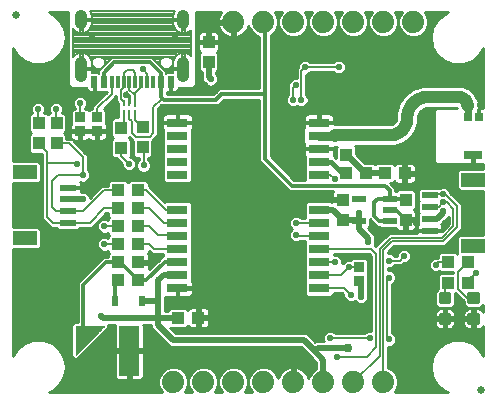
<source format=gtl>
G75*
%MOIN*%
%OFA0B0*%
%FSLAX25Y25*%
%IPPOS*%
%LPD*%
%AMOC8*
5,1,8,0,0,1.08239X$1,22.5*
%
%ADD10C,0.02500*%
%ADD11R,0.07874X0.04724*%
%ADD12R,0.05315X0.02362*%
%ADD13R,0.04331X0.03937*%
%ADD14R,0.06693X0.16535*%
%ADD15C,0.00197*%
%ADD16R,0.03937X0.03937*%
%ADD17R,0.03937X0.04331*%
%ADD18C,0.01181*%
%ADD19R,0.02480X0.03268*%
%ADD20R,0.04724X0.02165*%
%ADD21C,0.07400*%
%ADD22R,0.07087X0.03150*%
%ADD23R,0.00984X0.02402*%
%ADD24R,0.00984X0.02205*%
%ADD25R,0.01181X0.04000*%
%ADD26R,0.02362X0.04000*%
%ADD27R,0.02165X0.04000*%
%ADD28C,0.03937*%
%ADD29R,0.03543X0.03346*%
%ADD30R,0.06299X0.03150*%
%ADD31R,0.02559X0.03150*%
%ADD32C,0.02000*%
%ADD33C,0.02200*%
%ADD34C,0.03000*%
%ADD35C,0.00600*%
%ADD36C,0.01000*%
%ADD37C,0.01200*%
%ADD38C,0.00800*%
%ADD39C,0.02441*%
%ADD40C,0.03150*%
%ADD41C,0.01600*%
D10*
X0155833Y0202400D03*
X0310833Y0077500D03*
D11*
X0308302Y0125376D03*
X0308302Y0147424D03*
X0158865Y0149924D03*
X0158865Y0127876D03*
D12*
X0173333Y0132994D03*
X0173333Y0136931D03*
X0173333Y0140869D03*
X0173333Y0144806D03*
X0293833Y0142306D03*
X0293833Y0138369D03*
X0293833Y0134431D03*
X0293833Y0130494D03*
D13*
X0299987Y0119900D03*
X0306680Y0119900D03*
X0306680Y0113000D03*
X0299987Y0113000D03*
X0285480Y0149600D03*
X0278787Y0149600D03*
X0272680Y0149600D03*
X0265987Y0149600D03*
X0196680Y0143900D03*
X0189987Y0143900D03*
X0189987Y0137900D03*
X0196680Y0137900D03*
X0196680Y0131900D03*
X0189987Y0131900D03*
X0189987Y0125900D03*
X0196680Y0125900D03*
X0196680Y0119900D03*
X0189987Y0119900D03*
X0189987Y0113900D03*
X0196680Y0113900D03*
X0209987Y0101400D03*
X0216680Y0101400D03*
D14*
X0193617Y0090362D03*
D15*
X0185231Y0098551D02*
X0175782Y0089102D01*
X0175782Y0098551D01*
X0185231Y0098551D01*
X0185123Y0098443D02*
X0175782Y0098443D01*
X0175782Y0098248D02*
X0184928Y0098248D01*
X0184732Y0098053D02*
X0175782Y0098053D01*
X0175782Y0097857D02*
X0184537Y0097857D01*
X0184342Y0097662D02*
X0175782Y0097662D01*
X0175782Y0097467D02*
X0184146Y0097467D01*
X0183951Y0097271D02*
X0175782Y0097271D01*
X0175782Y0097076D02*
X0183756Y0097076D01*
X0183560Y0096881D02*
X0175782Y0096881D01*
X0175782Y0096685D02*
X0183365Y0096685D01*
X0183170Y0096490D02*
X0175782Y0096490D01*
X0175782Y0096294D02*
X0182974Y0096294D01*
X0182779Y0096099D02*
X0175782Y0096099D01*
X0175782Y0095904D02*
X0182583Y0095904D01*
X0182388Y0095708D02*
X0175782Y0095708D01*
X0175782Y0095513D02*
X0182193Y0095513D01*
X0181997Y0095318D02*
X0175782Y0095318D01*
X0175782Y0095122D02*
X0181802Y0095122D01*
X0181607Y0094927D02*
X0175782Y0094927D01*
X0175782Y0094732D02*
X0181411Y0094732D01*
X0181216Y0094536D02*
X0175782Y0094536D01*
X0175782Y0094341D02*
X0181021Y0094341D01*
X0180825Y0094145D02*
X0175782Y0094145D01*
X0175782Y0093950D02*
X0180630Y0093950D01*
X0180435Y0093755D02*
X0175782Y0093755D01*
X0175782Y0093559D02*
X0180239Y0093559D01*
X0180044Y0093364D02*
X0175782Y0093364D01*
X0175782Y0093169D02*
X0179848Y0093169D01*
X0179653Y0092973D02*
X0175782Y0092973D01*
X0175782Y0092778D02*
X0179458Y0092778D01*
X0179262Y0092583D02*
X0175782Y0092583D01*
X0175782Y0092387D02*
X0179067Y0092387D01*
X0178872Y0092192D02*
X0175782Y0092192D01*
X0175782Y0091996D02*
X0178676Y0091996D01*
X0178481Y0091801D02*
X0175782Y0091801D01*
X0175782Y0091606D02*
X0178286Y0091606D01*
X0178090Y0091410D02*
X0175782Y0091410D01*
X0175782Y0091215D02*
X0177895Y0091215D01*
X0177699Y0091020D02*
X0175782Y0091020D01*
X0175782Y0090824D02*
X0177504Y0090824D01*
X0177309Y0090629D02*
X0175782Y0090629D01*
X0175782Y0090434D02*
X0177113Y0090434D01*
X0176918Y0090238D02*
X0175782Y0090238D01*
X0175782Y0090043D02*
X0176723Y0090043D01*
X0176527Y0089847D02*
X0175782Y0089847D01*
X0175782Y0089652D02*
X0176332Y0089652D01*
X0176137Y0089457D02*
X0175782Y0089457D01*
X0175782Y0089261D02*
X0175941Y0089261D01*
D16*
X0178333Y0095961D03*
D17*
X0264833Y0134054D03*
X0264833Y0140746D03*
X0285833Y0140746D03*
X0285833Y0134054D03*
X0265833Y0155554D03*
X0265833Y0162246D03*
X0220133Y0186654D03*
X0220133Y0193346D03*
X0198133Y0164946D03*
X0198133Y0158254D03*
X0190933Y0158054D03*
X0190933Y0164746D03*
X0169433Y0166246D03*
X0163533Y0166246D03*
X0163533Y0159554D03*
X0169433Y0159554D03*
D18*
X0297555Y0109331D02*
X0300311Y0109331D01*
X0300311Y0106575D01*
X0297555Y0106575D01*
X0297555Y0109331D01*
X0297555Y0107697D02*
X0300311Y0107697D01*
X0300311Y0108819D02*
X0297555Y0108819D01*
X0307055Y0109331D02*
X0309811Y0109331D01*
X0309811Y0106575D01*
X0307055Y0106575D01*
X0307055Y0109331D01*
X0307055Y0107697D02*
X0309811Y0107697D01*
X0309811Y0108819D02*
X0307055Y0108819D01*
X0307055Y0102425D02*
X0309811Y0102425D01*
X0309811Y0099669D01*
X0307055Y0099669D01*
X0307055Y0102425D01*
X0307055Y0100791D02*
X0309811Y0100791D01*
X0309811Y0101913D02*
X0307055Y0101913D01*
X0300311Y0102425D02*
X0297555Y0102425D01*
X0300311Y0102425D02*
X0300311Y0099669D01*
X0297555Y0099669D01*
X0297555Y0102425D01*
X0297555Y0100791D02*
X0300311Y0100791D01*
X0300311Y0101913D02*
X0297555Y0101913D01*
D19*
X0197861Y0106900D03*
X0188806Y0106900D03*
D20*
X0270215Y0133660D03*
X0270215Y0141140D03*
X0280452Y0141140D03*
X0280452Y0137400D03*
X0280452Y0133660D03*
D21*
X0278333Y0080000D03*
X0268333Y0080000D03*
X0258333Y0080000D03*
X0248333Y0080000D03*
X0238333Y0080000D03*
X0228333Y0080000D03*
X0218333Y0080000D03*
X0208333Y0080000D03*
X0228333Y0200000D03*
X0238333Y0200000D03*
X0248333Y0200000D03*
X0258333Y0200000D03*
X0268333Y0200000D03*
X0278333Y0200000D03*
X0288333Y0200000D03*
D22*
X0256955Y0166459D03*
X0256955Y0162128D03*
X0256955Y0157798D03*
X0256955Y0153467D03*
X0256955Y0149136D03*
X0256955Y0137325D03*
X0256955Y0132994D03*
X0256955Y0128664D03*
X0256955Y0124333D03*
X0256955Y0120002D03*
X0256955Y0115672D03*
X0256955Y0111341D03*
X0209711Y0111341D03*
X0209711Y0115672D03*
X0209711Y0120002D03*
X0209711Y0124333D03*
X0209711Y0128664D03*
X0209711Y0132994D03*
X0209711Y0137325D03*
X0209711Y0149136D03*
X0209711Y0153467D03*
X0209711Y0157798D03*
X0209711Y0162128D03*
X0209711Y0166459D03*
D23*
X0195702Y0172794D03*
D24*
X0193733Y0172893D03*
X0191765Y0172893D03*
X0191765Y0169507D03*
X0193733Y0169507D03*
X0195702Y0169507D03*
D25*
X0195718Y0180094D03*
X0197686Y0180094D03*
X0199655Y0180094D03*
X0201623Y0180094D03*
X0193749Y0180094D03*
X0191781Y0180094D03*
X0189812Y0180094D03*
X0187844Y0180094D03*
D26*
X0182036Y0180094D03*
X0207430Y0180094D03*
D27*
X0204379Y0180094D03*
X0185088Y0180094D03*
D28*
X0177725Y0182136D02*
X0177725Y0182136D01*
X0177725Y0186468D01*
X0177725Y0186468D01*
X0177725Y0182136D01*
X0177725Y0185876D02*
X0177725Y0185876D01*
X0177725Y0199578D02*
X0177725Y0199578D01*
X0177725Y0201940D01*
X0177725Y0201940D01*
X0177725Y0199578D01*
X0211741Y0199578D02*
X0211741Y0199578D01*
X0211741Y0201940D01*
X0211741Y0201940D01*
X0211741Y0199578D01*
X0211741Y0182136D02*
X0211741Y0182136D01*
X0211741Y0186468D01*
X0211741Y0186468D01*
X0211741Y0182136D01*
X0211741Y0185876D02*
X0211741Y0185876D01*
X0262115Y0162128D02*
X0262233Y0162246D01*
X0265833Y0162246D01*
X0280480Y0162246D01*
X0280631Y0162248D01*
X0280781Y0162254D01*
X0280932Y0162263D01*
X0281082Y0162277D01*
X0281232Y0162294D01*
X0281381Y0162316D01*
X0281530Y0162341D01*
X0281677Y0162370D01*
X0281825Y0162403D01*
X0281971Y0162439D01*
X0282116Y0162479D01*
X0282260Y0162523D01*
X0282403Y0162571D01*
X0282545Y0162622D01*
X0282685Y0162677D01*
X0282824Y0162736D01*
X0282962Y0162798D01*
X0283097Y0162864D01*
X0283231Y0162933D01*
X0283363Y0163005D01*
X0283494Y0163081D01*
X0283622Y0163161D01*
X0283748Y0163243D01*
X0283872Y0163329D01*
X0283994Y0163418D01*
X0284113Y0163510D01*
X0284230Y0163605D01*
X0284345Y0163703D01*
X0284456Y0163804D01*
X0284566Y0163908D01*
X0284672Y0164014D01*
X0284776Y0164124D01*
X0284877Y0164235D01*
X0284975Y0164350D01*
X0285070Y0164467D01*
X0285162Y0164586D01*
X0285251Y0164708D01*
X0285337Y0164832D01*
X0285419Y0164958D01*
X0285499Y0165086D01*
X0285575Y0165217D01*
X0285647Y0165349D01*
X0285716Y0165483D01*
X0285782Y0165618D01*
X0285844Y0165756D01*
X0285903Y0165895D01*
X0285958Y0166035D01*
X0286009Y0166177D01*
X0286057Y0166320D01*
X0286101Y0166464D01*
X0286141Y0166609D01*
X0286177Y0166755D01*
X0286210Y0166903D01*
X0286239Y0167050D01*
X0286264Y0167199D01*
X0286286Y0167348D01*
X0286303Y0167498D01*
X0286317Y0167648D01*
X0286326Y0167799D01*
X0286332Y0167949D01*
X0286334Y0168100D01*
X0286333Y0168100D02*
X0286335Y0168267D01*
X0286341Y0168433D01*
X0286351Y0168600D01*
X0286365Y0168766D01*
X0286383Y0168932D01*
X0286405Y0169097D01*
X0286431Y0169262D01*
X0286462Y0169426D01*
X0286496Y0169589D01*
X0286534Y0169751D01*
X0286575Y0169913D01*
X0286621Y0170073D01*
X0286671Y0170232D01*
X0286724Y0170390D01*
X0286781Y0170547D01*
X0286842Y0170702D01*
X0286907Y0170856D01*
X0286976Y0171008D01*
X0287048Y0171158D01*
X0287123Y0171307D01*
X0287203Y0171453D01*
X0287285Y0171598D01*
X0287372Y0171741D01*
X0287461Y0171881D01*
X0287554Y0172020D01*
X0287651Y0172156D01*
X0287750Y0172289D01*
X0287853Y0172421D01*
X0287959Y0172549D01*
X0288068Y0172676D01*
X0288180Y0172799D01*
X0288295Y0172920D01*
X0288413Y0173038D01*
X0288534Y0173153D01*
X0288657Y0173265D01*
X0288784Y0173374D01*
X0288912Y0173480D01*
X0289044Y0173583D01*
X0289177Y0173682D01*
X0289313Y0173779D01*
X0289452Y0173872D01*
X0289592Y0173961D01*
X0289735Y0174048D01*
X0289880Y0174130D01*
X0290026Y0174210D01*
X0290175Y0174285D01*
X0290325Y0174357D01*
X0290477Y0174426D01*
X0290631Y0174491D01*
X0290786Y0174552D01*
X0290943Y0174609D01*
X0291101Y0174662D01*
X0291260Y0174712D01*
X0291420Y0174758D01*
X0291582Y0174799D01*
X0291744Y0174837D01*
X0291907Y0174871D01*
X0292071Y0174902D01*
X0292236Y0174928D01*
X0292401Y0174950D01*
X0292567Y0174968D01*
X0292733Y0174982D01*
X0292900Y0174992D01*
X0293066Y0174998D01*
X0293233Y0175000D01*
X0303333Y0175000D01*
X0303445Y0174998D01*
X0303556Y0174992D01*
X0303668Y0174982D01*
X0303778Y0174968D01*
X0303889Y0174950D01*
X0303998Y0174928D01*
X0304107Y0174903D01*
X0304215Y0174873D01*
X0304321Y0174840D01*
X0304427Y0174803D01*
X0304531Y0174762D01*
X0304633Y0174717D01*
X0304734Y0174669D01*
X0304833Y0174617D01*
X0304930Y0174562D01*
X0305025Y0174503D01*
X0305118Y0174441D01*
X0305209Y0174376D01*
X0305297Y0174307D01*
X0305383Y0174235D01*
X0305466Y0174161D01*
X0305546Y0174083D01*
X0305624Y0174003D01*
X0305698Y0173920D01*
X0305770Y0173834D01*
X0305839Y0173746D01*
X0305904Y0173655D01*
X0305966Y0173562D01*
X0306025Y0173467D01*
X0306080Y0173370D01*
X0306132Y0173271D01*
X0306180Y0173170D01*
X0306225Y0173068D01*
X0306266Y0172964D01*
X0306303Y0172858D01*
X0306336Y0172752D01*
X0306366Y0172644D01*
X0306391Y0172535D01*
X0306413Y0172426D01*
X0306431Y0172315D01*
X0306445Y0172205D01*
X0306455Y0172093D01*
X0306461Y0171982D01*
X0306463Y0171870D01*
D29*
X0270333Y0118283D03*
X0270333Y0113717D03*
X0182933Y0163617D03*
X0177333Y0163617D03*
X0177333Y0168183D03*
X0182933Y0168183D03*
D30*
X0308333Y0155701D03*
D31*
X0306463Y0168299D03*
X0310203Y0168299D03*
D32*
X0278787Y0149600D02*
X0272333Y0149600D01*
X0266380Y0155554D01*
X0265833Y0155554D01*
X0261562Y0137325D02*
X0256955Y0137325D01*
X0261562Y0137325D02*
X0264833Y0134054D01*
X0269821Y0134054D01*
X0270215Y0133660D01*
X0270215Y0131019D01*
X0273333Y0127900D01*
X0273333Y0126800D01*
X0270215Y0133660D02*
X0270215Y0136281D01*
X0270333Y0136400D01*
X0293833Y0134431D02*
X0293865Y0134400D01*
X0296333Y0134400D01*
X0298333Y0136400D01*
X0298333Y0136900D01*
X0270833Y0113217D02*
X0270833Y0108400D01*
X0270833Y0113217D02*
X0270333Y0113717D01*
X0251833Y0093900D02*
X0208333Y0093900D01*
X0203333Y0098900D01*
X0203333Y0101400D01*
X0203333Y0106900D01*
X0197861Y0106900D01*
X0203333Y0106900D02*
X0203333Y0113900D01*
X0205105Y0115672D01*
X0209711Y0115672D01*
X0209987Y0101400D02*
X0203333Y0101400D01*
X0184833Y0101400D01*
X0184333Y0101900D01*
X0178333Y0140869D02*
X0173333Y0140869D01*
X0220133Y0181600D02*
X0220833Y0180900D01*
X0220133Y0181600D02*
X0220133Y0186654D01*
X0251833Y0093900D02*
X0255533Y0090200D01*
X0256633Y0091300D01*
X0266533Y0091300D01*
X0266633Y0091400D01*
X0258333Y0087400D02*
X0258333Y0080000D01*
X0258333Y0087400D02*
X0255533Y0090200D01*
D33*
X0260697Y0094536D03*
X0251333Y0096900D03*
X0251333Y0101400D03*
X0251333Y0106400D03*
X0251333Y0111400D03*
X0251333Y0116400D03*
X0251333Y0121400D03*
X0251333Y0126400D03*
X0249333Y0129000D03*
X0249333Y0133000D03*
X0243333Y0131400D03*
X0243333Y0126400D03*
X0243333Y0121400D03*
X0243333Y0116400D03*
X0243333Y0111400D03*
X0243333Y0106400D03*
X0243333Y0101400D03*
X0243333Y0096900D03*
X0233333Y0096900D03*
X0233333Y0101400D03*
X0233333Y0106400D03*
X0233333Y0111400D03*
X0233333Y0116400D03*
X0233333Y0121400D03*
X0233333Y0126400D03*
X0233333Y0131400D03*
X0233333Y0136400D03*
X0233333Y0141400D03*
X0233333Y0146400D03*
X0233333Y0151400D03*
X0233333Y0156400D03*
X0233333Y0161400D03*
X0233333Y0166400D03*
X0243333Y0166400D03*
X0243333Y0161400D03*
X0243333Y0156400D03*
X0251533Y0157600D03*
X0251133Y0161400D03*
X0251333Y0166400D03*
X0251033Y0174000D03*
X0248333Y0174000D03*
X0243333Y0173300D03*
X0249133Y0179000D03*
X0252333Y0184900D03*
X0243333Y0183900D03*
X0243333Y0189900D03*
X0257233Y0174900D03*
X0262733Y0173200D03*
X0262833Y0167700D03*
X0268233Y0167900D03*
X0274733Y0167800D03*
X0273333Y0173000D03*
X0280533Y0168000D03*
X0283333Y0173700D03*
X0283533Y0178900D03*
X0290633Y0179200D03*
X0294633Y0182900D03*
X0297133Y0179400D03*
X0303933Y0179300D03*
X0308533Y0182900D03*
X0310033Y0177400D03*
X0310733Y0172400D03*
X0294233Y0169000D03*
X0291033Y0166700D03*
X0294133Y0162500D03*
X0289233Y0160700D03*
X0284033Y0157500D03*
X0288633Y0154200D03*
X0294233Y0155800D03*
X0297833Y0152000D03*
X0304533Y0151800D03*
X0310933Y0152100D03*
X0298333Y0142506D03*
X0298333Y0139869D03*
X0298333Y0136900D03*
X0298833Y0132900D03*
X0289333Y0132900D03*
X0281833Y0124000D03*
X0280133Y0120500D03*
X0282933Y0117900D03*
X0280133Y0114800D03*
X0282633Y0112400D03*
X0282333Y0107900D03*
X0282333Y0102900D03*
X0284333Y0097900D03*
X0289333Y0097900D03*
X0288333Y0102900D03*
X0288333Y0107900D03*
X0302733Y0104000D03*
X0302333Y0097900D03*
X0293333Y0090000D03*
X0288333Y0090000D03*
X0283333Y0090000D03*
X0280262Y0094171D03*
X0273833Y0094600D03*
X0262833Y0088500D03*
X0283333Y0085000D03*
X0288333Y0085000D03*
X0293333Y0085000D03*
X0270833Y0108400D03*
X0267470Y0109036D03*
X0266833Y0118400D03*
X0269333Y0121900D03*
X0262333Y0119900D03*
X0273333Y0126800D03*
X0285333Y0122000D03*
X0295833Y0119000D03*
X0309233Y0116400D03*
X0270333Y0136400D03*
X0260833Y0141400D03*
X0251333Y0141400D03*
X0251333Y0136400D03*
X0243333Y0136400D03*
X0243333Y0141400D03*
X0243333Y0146400D03*
X0251533Y0150600D03*
X0262133Y0147600D03*
X0271733Y0157600D03*
X0277633Y0157500D03*
X0291033Y0149300D03*
X0263433Y0185000D03*
X0233433Y0173500D03*
X0226433Y0173500D03*
X0223333Y0166400D03*
X0223333Y0161400D03*
X0215833Y0161400D03*
X0215833Y0166400D03*
X0215833Y0156400D03*
X0223333Y0156400D03*
X0223333Y0151400D03*
X0215833Y0151400D03*
X0215833Y0146400D03*
X0223333Y0146400D03*
X0223333Y0141400D03*
X0223333Y0136400D03*
X0215833Y0136400D03*
X0215833Y0141400D03*
X0209333Y0141400D03*
X0209333Y0145400D03*
X0203333Y0147900D03*
X0198433Y0152200D03*
X0196333Y0148400D03*
X0193533Y0152600D03*
X0188333Y0152400D03*
X0188333Y0148400D03*
X0178333Y0148900D03*
X0178333Y0144900D03*
X0178333Y0140869D03*
X0185333Y0131900D03*
X0185333Y0125900D03*
X0201333Y0119900D03*
X0215833Y0121400D03*
X0223333Y0121400D03*
X0223333Y0116400D03*
X0223333Y0111400D03*
X0215833Y0111400D03*
X0215833Y0116400D03*
X0215833Y0106400D03*
X0223333Y0106400D03*
X0223333Y0101400D03*
X0223333Y0096900D03*
X0215833Y0096900D03*
X0201833Y0095000D03*
X0201833Y0087000D03*
X0201833Y0079000D03*
X0186833Y0079000D03*
X0180833Y0079000D03*
X0175333Y0079000D03*
X0180333Y0085000D03*
X0186833Y0085000D03*
X0186833Y0093000D03*
X0184333Y0101900D03*
X0171333Y0101400D03*
X0166333Y0101400D03*
X0161333Y0101400D03*
X0156333Y0101400D03*
X0156333Y0095900D03*
X0171333Y0096000D03*
X0171333Y0108900D03*
X0166333Y0108900D03*
X0161333Y0108900D03*
X0156333Y0108900D03*
X0156333Y0116400D03*
X0161333Y0116400D03*
X0166333Y0116400D03*
X0171333Y0116400D03*
X0171333Y0123900D03*
X0166333Y0123900D03*
X0161333Y0122400D03*
X0156333Y0122400D03*
X0166333Y0128900D03*
X0171333Y0128900D03*
X0161333Y0133900D03*
X0156333Y0133900D03*
X0156333Y0141400D03*
X0161333Y0141400D03*
X0176239Y0152800D03*
X0156333Y0156400D03*
X0156333Y0163900D03*
X0156433Y0171900D03*
X0163333Y0171000D03*
X0169333Y0171000D03*
X0177333Y0172900D03*
X0182833Y0175400D03*
X0188333Y0172400D03*
X0192733Y0175800D03*
X0198133Y0184200D03*
X0208833Y0194900D03*
X0220833Y0180900D03*
X0203833Y0166400D03*
X0170333Y0178900D03*
X0170333Y0183900D03*
X0163333Y0178900D03*
X0156333Y0178900D03*
X0156333Y0183900D03*
X0181333Y0194900D03*
X0215833Y0131400D03*
X0223333Y0131400D03*
X0223333Y0126400D03*
X0215833Y0126400D03*
D34*
X0266633Y0091400D03*
D35*
X0262833Y0088500D02*
X0272833Y0088500D01*
X0275933Y0091600D01*
X0275933Y0122800D01*
X0274400Y0124333D01*
X0256955Y0124333D01*
X0256955Y0120002D02*
X0262231Y0120002D01*
X0262333Y0119900D01*
X0264105Y0115672D02*
X0266833Y0118400D01*
X0270217Y0118400D01*
X0264105Y0115672D02*
X0256955Y0115672D01*
X0256955Y0111341D02*
X0265165Y0111341D01*
X0267470Y0109036D01*
X0279533Y0114200D02*
X0279533Y0094900D01*
X0280262Y0094171D01*
X0277133Y0088800D02*
X0268333Y0080000D01*
X0278333Y0080000D02*
X0278333Y0123900D01*
X0281333Y0126900D01*
X0298333Y0126900D01*
X0302935Y0131502D01*
X0302935Y0138610D01*
X0299039Y0142506D01*
X0298333Y0142506D01*
X0294033Y0142506D01*
X0293833Y0142306D01*
X0296833Y0138369D02*
X0298333Y0139869D01*
X0298465Y0140000D01*
X0299533Y0140000D01*
X0301735Y0137799D01*
X0301735Y0131999D01*
X0297836Y0128100D01*
X0280836Y0128100D01*
X0277133Y0124397D01*
X0277133Y0088800D01*
X0273833Y0094600D02*
X0260761Y0094600D01*
X0260697Y0094536D01*
X0279533Y0114200D02*
X0280133Y0114800D01*
X0280133Y0120500D02*
X0283833Y0120500D01*
X0285333Y0122000D01*
X0295833Y0119000D02*
X0296733Y0119900D01*
X0299987Y0119900D01*
X0303333Y0116554D02*
X0303333Y0111000D01*
X0306381Y0107953D01*
X0308433Y0107953D01*
X0306680Y0113000D02*
X0306680Y0113846D01*
X0309233Y0116400D01*
X0306680Y0119900D02*
X0303333Y0116554D01*
X0299987Y0113000D02*
X0298933Y0111946D01*
X0298933Y0107953D01*
X0256955Y0128664D02*
X0249670Y0128664D01*
X0249333Y0129000D01*
X0249339Y0132994D02*
X0249333Y0133000D01*
X0249339Y0132994D02*
X0256955Y0132994D01*
X0262133Y0147600D02*
X0260597Y0149136D01*
X0256955Y0149136D01*
X0251033Y0174000D02*
X0251033Y0183600D01*
X0252333Y0184900D01*
X0252433Y0185000D01*
X0263433Y0185000D01*
X0249133Y0179000D02*
X0248333Y0178200D01*
X0248333Y0174000D01*
X0204833Y0174500D02*
X0204425Y0174500D01*
X0201729Y0171804D01*
X0201729Y0162996D01*
X0200433Y0161700D01*
X0195833Y0161700D01*
X0194433Y0163100D01*
X0194433Y0167000D01*
X0193733Y0167700D01*
X0193733Y0169507D01*
X0191765Y0169507D02*
X0191765Y0165578D01*
X0190933Y0164746D01*
X0195702Y0167378D02*
X0195702Y0169507D01*
X0195702Y0167378D02*
X0198133Y0164946D01*
X0198133Y0158254D02*
X0198433Y0157954D01*
X0198433Y0152200D01*
X0193533Y0152600D02*
X0190933Y0155200D01*
X0190933Y0158054D01*
X0178333Y0154900D02*
X0178333Y0148900D01*
X0169833Y0148900D01*
X0167833Y0146900D01*
X0167833Y0138400D01*
X0169302Y0136931D01*
X0173333Y0136931D01*
X0178365Y0136931D01*
X0185333Y0143900D01*
X0189987Y0143900D01*
X0196680Y0143900D02*
X0199333Y0143900D01*
X0205908Y0137325D01*
X0209711Y0137325D01*
X0209711Y0132994D02*
X0205239Y0132994D01*
X0200333Y0137900D01*
X0196680Y0137900D01*
X0189987Y0137900D02*
X0185333Y0137900D01*
X0180428Y0132994D01*
X0173333Y0132994D01*
X0168239Y0132994D01*
X0166333Y0134900D01*
X0166333Y0153000D01*
X0176039Y0153000D01*
X0176239Y0152800D01*
X0178333Y0154900D02*
X0173680Y0159554D01*
X0169433Y0159554D01*
X0166333Y0156754D02*
X0166333Y0153000D01*
X0166333Y0156754D02*
X0163533Y0159554D01*
X0163533Y0166246D02*
X0163333Y0166446D01*
X0163333Y0171000D01*
X0169333Y0171000D02*
X0169333Y0166346D01*
X0169433Y0166246D01*
X0177333Y0168183D02*
X0177333Y0172900D01*
X0182933Y0171217D02*
X0187844Y0176127D01*
X0187844Y0180094D01*
X0191781Y0180094D02*
X0191781Y0182847D01*
X0192833Y0183900D01*
X0194833Y0183900D01*
X0195718Y0183016D01*
X0195718Y0180094D01*
X0197686Y0180094D02*
X0197686Y0178353D01*
X0195283Y0175950D01*
X0193749Y0177484D01*
X0193749Y0180094D01*
X0191781Y0180094D02*
X0191781Y0178447D01*
X0190833Y0177500D01*
X0190833Y0174324D01*
X0191765Y0173393D01*
X0191765Y0172893D01*
X0193733Y0172893D02*
X0193733Y0174800D01*
X0192733Y0175800D01*
X0195283Y0175950D02*
X0195702Y0175531D01*
X0195702Y0172794D01*
X0199655Y0180094D02*
X0199655Y0182679D01*
X0198133Y0184200D01*
X0182933Y0171217D02*
X0182933Y0168183D01*
X0185333Y0131900D02*
X0189987Y0131900D01*
X0196680Y0131900D02*
X0200333Y0131900D01*
X0203333Y0128900D01*
X0209475Y0128900D01*
X0209711Y0128664D01*
X0209711Y0124333D02*
X0201900Y0124333D01*
X0200333Y0125900D01*
X0196680Y0125900D01*
X0189987Y0125900D02*
X0185333Y0125900D01*
X0189987Y0119900D02*
X0190680Y0119900D01*
X0189987Y0113900D02*
X0188806Y0112719D01*
X0293833Y0138369D02*
X0296833Y0138369D01*
D36*
X0155033Y0124214D02*
X0155033Y0088624D01*
X0156333Y0090874D01*
X0156333Y0090874D01*
X0158764Y0092914D01*
X0158764Y0092914D01*
X0161746Y0094000D01*
X0164920Y0094000D01*
X0167903Y0092914D01*
X0167903Y0092914D01*
X0170334Y0090874D01*
X0170334Y0090874D01*
X0171921Y0088126D01*
X0171921Y0088126D01*
X0172472Y0085000D01*
X0172472Y0085000D01*
X0171921Y0081874D01*
X0171921Y0081874D01*
X0170334Y0079126D01*
X0170334Y0079126D01*
X0170334Y0079126D01*
X0167903Y0077086D01*
X0167903Y0077086D01*
X0166843Y0076700D01*
X0204562Y0076700D01*
X0204095Y0077168D01*
X0203333Y0079005D01*
X0203333Y0080995D01*
X0204095Y0082832D01*
X0205501Y0084239D01*
X0207339Y0085000D01*
X0209328Y0085000D01*
X0211166Y0084239D01*
X0212572Y0082832D01*
X0213333Y0080995D01*
X0213333Y0079005D01*
X0212572Y0077168D01*
X0212104Y0076700D01*
X0214562Y0076700D01*
X0214095Y0077168D01*
X0213333Y0079005D01*
X0213333Y0080995D01*
X0214095Y0082832D01*
X0215501Y0084239D01*
X0217339Y0085000D01*
X0219328Y0085000D01*
X0221166Y0084239D01*
X0222572Y0082832D01*
X0223333Y0080995D01*
X0223333Y0079005D01*
X0222572Y0077168D01*
X0222104Y0076700D01*
X0224562Y0076700D01*
X0224095Y0077168D01*
X0223333Y0079005D01*
X0223333Y0080995D01*
X0224095Y0082832D01*
X0225501Y0084239D01*
X0227339Y0085000D01*
X0229328Y0085000D01*
X0231166Y0084239D01*
X0232572Y0082832D01*
X0233333Y0080995D01*
X0233333Y0079005D01*
X0232572Y0077168D01*
X0232104Y0076700D01*
X0234562Y0076700D01*
X0234095Y0077168D01*
X0233333Y0079005D01*
X0233333Y0080995D01*
X0234095Y0082832D01*
X0235501Y0084239D01*
X0237339Y0085000D01*
X0239328Y0085000D01*
X0241166Y0084239D01*
X0242572Y0082832D01*
X0243256Y0081182D01*
X0243261Y0081218D01*
X0243514Y0081996D01*
X0243886Y0082725D01*
X0244367Y0083388D01*
X0244946Y0083966D01*
X0245608Y0084447D01*
X0246337Y0084819D01*
X0247116Y0085072D01*
X0247833Y0085186D01*
X0247833Y0080500D01*
X0248833Y0080500D01*
X0248833Y0085186D01*
X0249551Y0085072D01*
X0250329Y0084819D01*
X0251059Y0084447D01*
X0251721Y0083966D01*
X0252300Y0083388D01*
X0252781Y0082725D01*
X0253152Y0081996D01*
X0253405Y0081218D01*
X0253411Y0081182D01*
X0254095Y0082832D01*
X0255501Y0084239D01*
X0256033Y0084459D01*
X0256033Y0086447D01*
X0254581Y0087900D01*
X0254581Y0087900D01*
X0253233Y0089247D01*
X0253233Y0089247D01*
X0250881Y0091600D01*
X0207381Y0091600D01*
X0202381Y0096600D01*
X0202381Y0096600D01*
X0201033Y0097947D01*
X0201033Y0099100D01*
X0198390Y0099100D01*
X0198463Y0098827D01*
X0198463Y0090862D01*
X0194117Y0090862D01*
X0194117Y0089862D01*
X0198463Y0089862D01*
X0198463Y0081897D01*
X0198361Y0081516D01*
X0198164Y0081173D01*
X0197884Y0080894D01*
X0197542Y0080697D01*
X0197161Y0080594D01*
X0194117Y0080594D01*
X0194117Y0089862D01*
X0193117Y0089862D01*
X0193117Y0080594D01*
X0190073Y0080594D01*
X0189691Y0080697D01*
X0189349Y0080894D01*
X0189070Y0081173D01*
X0188873Y0081516D01*
X0188770Y0081897D01*
X0188770Y0089862D01*
X0193117Y0089862D01*
X0193117Y0090862D01*
X0188770Y0090862D01*
X0188770Y0098827D01*
X0188843Y0099100D01*
X0186629Y0099100D01*
X0186629Y0097972D01*
X0176361Y0087704D01*
X0175203Y0087704D01*
X0174384Y0088523D01*
X0174384Y0099130D01*
X0175203Y0099950D01*
X0176433Y0099950D01*
X0176433Y0113187D01*
X0185046Y0121800D01*
X0186522Y0121800D01*
X0186522Y0122407D01*
X0187015Y0122900D01*
X0186522Y0123393D01*
X0186522Y0123794D01*
X0185811Y0123500D01*
X0184856Y0123500D01*
X0183974Y0123865D01*
X0183299Y0124541D01*
X0182933Y0125423D01*
X0182933Y0126377D01*
X0183299Y0127259D01*
X0183974Y0127935D01*
X0184856Y0128300D01*
X0185811Y0128300D01*
X0186522Y0128006D01*
X0186522Y0128407D01*
X0187015Y0128900D01*
X0186522Y0129393D01*
X0186522Y0129794D01*
X0185811Y0129500D01*
X0184856Y0129500D01*
X0183974Y0129865D01*
X0183299Y0130541D01*
X0182933Y0131423D01*
X0182933Y0132377D01*
X0183299Y0133259D01*
X0183974Y0133935D01*
X0184856Y0134300D01*
X0185811Y0134300D01*
X0186522Y0134006D01*
X0186522Y0134407D01*
X0187015Y0134900D01*
X0186522Y0135393D01*
X0186522Y0136300D01*
X0185996Y0136300D01*
X0181091Y0131394D01*
X0177291Y0131394D01*
X0177291Y0131275D01*
X0176529Y0130513D01*
X0170137Y0130513D01*
X0169376Y0131275D01*
X0169376Y0131394D01*
X0167576Y0131394D01*
X0166639Y0132332D01*
X0165671Y0133300D01*
X0165671Y0133300D01*
X0164733Y0134237D01*
X0164733Y0156088D01*
X0161026Y0156088D01*
X0160265Y0156850D01*
X0160265Y0162257D01*
X0160907Y0162900D01*
X0160265Y0163543D01*
X0160265Y0168950D01*
X0161026Y0169712D01*
X0161269Y0169712D01*
X0160933Y0170523D01*
X0160933Y0171477D01*
X0161299Y0172359D01*
X0161974Y0173035D01*
X0162856Y0173400D01*
X0163811Y0173400D01*
X0164693Y0173035D01*
X0165368Y0172359D01*
X0165733Y0171477D01*
X0165733Y0170523D01*
X0165397Y0169712D01*
X0166040Y0169712D01*
X0166483Y0169269D01*
X0166926Y0169712D01*
X0167269Y0169712D01*
X0166933Y0170523D01*
X0166933Y0171477D01*
X0167299Y0172359D01*
X0167974Y0173035D01*
X0168856Y0173400D01*
X0169811Y0173400D01*
X0170693Y0173035D01*
X0171368Y0172359D01*
X0171733Y0171477D01*
X0171733Y0170523D01*
X0171397Y0169712D01*
X0171940Y0169712D01*
X0172702Y0168950D01*
X0172702Y0163543D01*
X0172059Y0162900D01*
X0172702Y0162257D01*
X0172702Y0161154D01*
X0174286Y0161154D01*
X0174164Y0161364D01*
X0174062Y0161746D01*
X0174062Y0163280D01*
X0176997Y0163280D01*
X0177670Y0163280D01*
X0177670Y0163953D01*
X0179662Y0163953D01*
X0182597Y0163953D01*
X0182597Y0163280D01*
X0183270Y0163280D01*
X0183270Y0163953D01*
X0186205Y0163953D01*
X0186205Y0165487D01*
X0186103Y0165869D01*
X0186005Y0166038D01*
X0186005Y0170395D01*
X0185243Y0171157D01*
X0185136Y0171157D01*
X0189233Y0175254D01*
X0189233Y0173662D01*
X0189973Y0172922D01*
X0189973Y0171252D01*
X0190025Y0171200D01*
X0189973Y0171148D01*
X0189973Y0168212D01*
X0188426Y0168212D01*
X0187665Y0167450D01*
X0187665Y0162043D01*
X0188307Y0161400D01*
X0187665Y0160757D01*
X0187665Y0155350D01*
X0188426Y0154588D01*
X0189333Y0154588D01*
X0189333Y0154537D01*
X0191133Y0152737D01*
X0191133Y0152123D01*
X0191499Y0151241D01*
X0192174Y0150565D01*
X0193056Y0150200D01*
X0194011Y0150200D01*
X0194893Y0150565D01*
X0195568Y0151241D01*
X0195933Y0152123D01*
X0195933Y0153077D01*
X0195568Y0153959D01*
X0194893Y0154635D01*
X0194011Y0155000D01*
X0193852Y0155000D01*
X0194202Y0155350D01*
X0194202Y0160757D01*
X0193559Y0161400D01*
X0193715Y0161556D01*
X0194233Y0161037D01*
X0194865Y0160406D01*
X0194865Y0155550D01*
X0195626Y0154788D01*
X0196833Y0154788D01*
X0196833Y0153994D01*
X0196399Y0153559D01*
X0196033Y0152677D01*
X0196033Y0151723D01*
X0196399Y0150841D01*
X0197074Y0150165D01*
X0197956Y0149800D01*
X0198911Y0149800D01*
X0199793Y0150165D01*
X0200468Y0150841D01*
X0200833Y0151723D01*
X0200833Y0152677D01*
X0200468Y0153559D01*
X0200033Y0153994D01*
X0200033Y0154788D01*
X0200640Y0154788D01*
X0201402Y0155550D01*
X0201402Y0160406D01*
X0202392Y0161396D01*
X0203329Y0162333D01*
X0203329Y0171142D01*
X0204417Y0172229D01*
X0204446Y0172200D01*
X0223220Y0172200D01*
X0225120Y0174100D01*
X0237033Y0174100D01*
X0237033Y0153613D01*
X0245933Y0144713D01*
X0247046Y0143600D01*
X0261530Y0143600D01*
X0261467Y0143491D01*
X0261365Y0143109D01*
X0261365Y0141231D01*
X0264349Y0141231D01*
X0264349Y0140262D01*
X0261365Y0140262D01*
X0261365Y0139872D01*
X0261037Y0140200D01*
X0252874Y0140200D01*
X0252112Y0139438D01*
X0252112Y0135212D01*
X0252164Y0135160D01*
X0252112Y0135108D01*
X0252112Y0134594D01*
X0251133Y0134594D01*
X0250693Y0135035D01*
X0249811Y0135400D01*
X0248856Y0135400D01*
X0247974Y0135035D01*
X0247299Y0134359D01*
X0246933Y0133477D01*
X0246933Y0132523D01*
X0247299Y0131641D01*
X0247939Y0131000D01*
X0247299Y0130359D01*
X0246933Y0129477D01*
X0246933Y0128523D01*
X0247299Y0127641D01*
X0247974Y0126965D01*
X0248856Y0126600D01*
X0249811Y0126600D01*
X0250693Y0126965D01*
X0250791Y0127064D01*
X0252112Y0127064D01*
X0252112Y0126550D01*
X0252164Y0126498D01*
X0252112Y0126446D01*
X0252112Y0122220D01*
X0252164Y0122168D01*
X0252112Y0122116D01*
X0252112Y0117889D01*
X0252164Y0117837D01*
X0252112Y0117785D01*
X0252112Y0113558D01*
X0252164Y0113506D01*
X0252112Y0113454D01*
X0252112Y0109228D01*
X0252874Y0108466D01*
X0261037Y0108466D01*
X0261799Y0109228D01*
X0261799Y0109741D01*
X0264502Y0109741D01*
X0265070Y0109174D01*
X0265070Y0108559D01*
X0265435Y0107677D01*
X0266110Y0107002D01*
X0266992Y0106636D01*
X0267947Y0106636D01*
X0268829Y0107002D01*
X0268833Y0107006D01*
X0269474Y0106365D01*
X0269715Y0106265D01*
X0269881Y0106100D01*
X0270115Y0106100D01*
X0270356Y0106000D01*
X0271311Y0106000D01*
X0271552Y0106100D01*
X0271786Y0106100D01*
X0271951Y0106265D01*
X0272193Y0106365D01*
X0272868Y0107041D01*
X0272968Y0107282D01*
X0273133Y0107447D01*
X0273133Y0107681D01*
X0273233Y0107923D01*
X0273233Y0108877D01*
X0273133Y0109119D01*
X0273133Y0111233D01*
X0273405Y0111505D01*
X0273405Y0115928D01*
X0273333Y0116000D01*
X0273405Y0116072D01*
X0273405Y0120495D01*
X0272643Y0121257D01*
X0268023Y0121257D01*
X0267492Y0120725D01*
X0267311Y0120800D01*
X0266356Y0120800D01*
X0265474Y0120435D01*
X0264799Y0119759D01*
X0264733Y0119602D01*
X0264733Y0120377D01*
X0264368Y0121259D01*
X0263693Y0121935D01*
X0262811Y0122300D01*
X0261856Y0122300D01*
X0261799Y0122276D01*
X0261799Y0122733D01*
X0273738Y0122733D01*
X0274333Y0122137D01*
X0274333Y0096991D01*
X0274311Y0097000D01*
X0273356Y0097000D01*
X0272474Y0096635D01*
X0272039Y0096200D01*
X0262427Y0096200D01*
X0262056Y0096571D01*
X0261174Y0096936D01*
X0260220Y0096936D01*
X0259337Y0096571D01*
X0258662Y0095896D01*
X0258297Y0095014D01*
X0258297Y0094059D01*
X0258487Y0093600D01*
X0255681Y0093600D01*
X0255533Y0093453D01*
X0254133Y0094853D01*
X0252786Y0096200D01*
X0209286Y0096200D01*
X0207354Y0098131D01*
X0212691Y0098131D01*
X0213225Y0098665D01*
X0213314Y0098510D01*
X0213593Y0098231D01*
X0213935Y0098034D01*
X0214317Y0097931D01*
X0216196Y0097931D01*
X0216196Y0100916D01*
X0217164Y0100916D01*
X0217164Y0101884D01*
X0220345Y0101884D01*
X0220345Y0103566D01*
X0220243Y0103947D01*
X0220045Y0104290D01*
X0219766Y0104569D01*
X0219424Y0104766D01*
X0219043Y0104868D01*
X0217164Y0104868D01*
X0217164Y0101884D01*
X0216196Y0101884D01*
X0216196Y0104868D01*
X0214317Y0104868D01*
X0213935Y0104766D01*
X0213593Y0104569D01*
X0213314Y0104290D01*
X0213225Y0104135D01*
X0212691Y0104668D01*
X0207283Y0104668D01*
X0206522Y0103907D01*
X0206522Y0103700D01*
X0205633Y0103700D01*
X0205633Y0108356D01*
X0205970Y0108266D01*
X0209424Y0108266D01*
X0209424Y0111053D01*
X0209999Y0111053D01*
X0209999Y0108266D01*
X0213452Y0108266D01*
X0213834Y0108368D01*
X0214176Y0108566D01*
X0214455Y0108845D01*
X0214652Y0109187D01*
X0214755Y0109569D01*
X0214755Y0111054D01*
X0209999Y0111054D01*
X0209999Y0111628D01*
X0214755Y0111628D01*
X0214755Y0113113D01*
X0214652Y0113495D01*
X0214555Y0113664D01*
X0214555Y0117785D01*
X0214502Y0117837D01*
X0214555Y0117889D01*
X0214555Y0122116D01*
X0214502Y0122168D01*
X0214555Y0122220D01*
X0214555Y0126446D01*
X0214502Y0126498D01*
X0214555Y0126550D01*
X0214555Y0130777D01*
X0214502Y0130829D01*
X0214555Y0130881D01*
X0214555Y0135108D01*
X0214502Y0135160D01*
X0214555Y0135212D01*
X0214555Y0139438D01*
X0213793Y0140200D01*
X0205629Y0140200D01*
X0205463Y0140033D01*
X0200933Y0144563D01*
X0200145Y0145351D01*
X0200145Y0146407D01*
X0199384Y0147168D01*
X0193976Y0147168D01*
X0193333Y0146526D01*
X0192691Y0147168D01*
X0187283Y0147168D01*
X0186522Y0146407D01*
X0186522Y0145500D01*
X0184671Y0145500D01*
X0183733Y0144563D01*
X0180670Y0141499D01*
X0180633Y0141587D01*
X0180633Y0141821D01*
X0180468Y0141987D01*
X0180368Y0142228D01*
X0179693Y0142903D01*
X0179451Y0143003D01*
X0179286Y0143168D01*
X0179052Y0143168D01*
X0178811Y0143268D01*
X0177856Y0143268D01*
X0177615Y0143168D01*
X0177422Y0143168D01*
X0177491Y0143427D01*
X0177491Y0144715D01*
X0173424Y0144715D01*
X0173424Y0144896D01*
X0177491Y0144896D01*
X0177491Y0146184D01*
X0177389Y0146566D01*
X0177291Y0146734D01*
X0177856Y0146500D01*
X0178811Y0146500D01*
X0179693Y0146865D01*
X0180368Y0147541D01*
X0180733Y0148423D01*
X0180733Y0149377D01*
X0180368Y0150259D01*
X0179933Y0150694D01*
X0179933Y0155563D01*
X0178996Y0156500D01*
X0175280Y0160216D01*
X0175280Y0160216D01*
X0174907Y0160590D01*
X0174983Y0160546D01*
X0175364Y0160443D01*
X0176997Y0160443D01*
X0176997Y0163280D01*
X0176997Y0163953D01*
X0174062Y0163953D01*
X0174062Y0165487D01*
X0174164Y0165869D01*
X0174262Y0166038D01*
X0174262Y0170395D01*
X0175023Y0171157D01*
X0175683Y0171157D01*
X0175299Y0171541D01*
X0174933Y0172423D01*
X0174933Y0173377D01*
X0175299Y0174259D01*
X0175974Y0174935D01*
X0176856Y0175300D01*
X0177811Y0175300D01*
X0178693Y0174935D01*
X0179368Y0174259D01*
X0179733Y0173377D01*
X0179733Y0172423D01*
X0179368Y0171541D01*
X0178984Y0171157D01*
X0179643Y0171157D01*
X0180133Y0170667D01*
X0180623Y0171157D01*
X0181333Y0171157D01*
X0181333Y0171879D01*
X0186244Y0176790D01*
X0186244Y0176794D01*
X0183966Y0176794D01*
X0183797Y0176696D01*
X0183415Y0176594D01*
X0182127Y0176594D01*
X0182127Y0178100D01*
X0181946Y0178100D01*
X0181946Y0176594D01*
X0180658Y0176594D01*
X0180276Y0176696D01*
X0179934Y0176893D01*
X0179655Y0177173D01*
X0179458Y0177515D01*
X0179355Y0177896D01*
X0179355Y0178100D01*
X0174129Y0178100D01*
X0173133Y0179096D01*
X0173133Y0203200D01*
X0166843Y0203200D01*
X0167903Y0202814D01*
X0167903Y0202814D01*
X0170334Y0200774D01*
X0170334Y0200774D01*
X0171921Y0198026D01*
X0171921Y0198026D01*
X0172472Y0194900D01*
X0172472Y0194900D01*
X0171921Y0191774D01*
X0171921Y0191774D01*
X0170334Y0189026D01*
X0170334Y0189026D01*
X0170334Y0189026D01*
X0167903Y0186986D01*
X0167903Y0186986D01*
X0164920Y0185900D01*
X0161746Y0185900D01*
X0158764Y0186986D01*
X0158764Y0186986D01*
X0156333Y0189026D01*
X0156333Y0189026D01*
X0155033Y0191276D01*
X0155033Y0153586D01*
X0163340Y0153586D01*
X0164102Y0152824D01*
X0164102Y0147023D01*
X0163340Y0146261D01*
X0155033Y0146261D01*
X0155033Y0131539D01*
X0163340Y0131539D01*
X0164102Y0130777D01*
X0164102Y0124976D01*
X0163340Y0124214D01*
X0155033Y0124214D01*
X0155033Y0123927D02*
X0183912Y0123927D01*
X0183139Y0124926D02*
X0164052Y0124926D01*
X0164102Y0125924D02*
X0182933Y0125924D01*
X0183159Y0126923D02*
X0164102Y0126923D01*
X0164102Y0127921D02*
X0183960Y0127921D01*
X0183921Y0129918D02*
X0164102Y0129918D01*
X0164102Y0128920D02*
X0186995Y0128920D01*
X0183143Y0130917D02*
X0176933Y0130917D01*
X0181611Y0131915D02*
X0182933Y0131915D01*
X0183155Y0132914D02*
X0182610Y0132914D01*
X0183608Y0133912D02*
X0183951Y0133912D01*
X0184607Y0134911D02*
X0187004Y0134911D01*
X0186522Y0135909D02*
X0185605Y0135909D01*
X0181071Y0141900D02*
X0180554Y0141900D01*
X0179697Y0142899D02*
X0182069Y0142899D01*
X0183068Y0143897D02*
X0177491Y0143897D01*
X0177491Y0145894D02*
X0186522Y0145894D01*
X0187007Y0146893D02*
X0179720Y0146893D01*
X0180513Y0147891D02*
X0204868Y0147891D01*
X0204868Y0147023D02*
X0205629Y0146261D01*
X0213793Y0146261D01*
X0214555Y0147023D01*
X0214555Y0151249D01*
X0214502Y0151302D01*
X0214555Y0151354D01*
X0214555Y0155580D01*
X0214502Y0155632D01*
X0214555Y0155684D01*
X0214555Y0159911D01*
X0214502Y0159963D01*
X0214555Y0160015D01*
X0214555Y0164136D01*
X0214652Y0164305D01*
X0214755Y0164687D01*
X0214755Y0166172D01*
X0209999Y0166172D01*
X0209999Y0166746D01*
X0214755Y0166746D01*
X0214755Y0168231D01*
X0214652Y0168613D01*
X0214455Y0168955D01*
X0214176Y0169234D01*
X0213834Y0169432D01*
X0213452Y0169534D01*
X0209999Y0169534D01*
X0209999Y0166747D01*
X0209424Y0166747D01*
X0209424Y0169534D01*
X0205970Y0169534D01*
X0205589Y0169432D01*
X0205247Y0169234D01*
X0204968Y0168955D01*
X0204770Y0168613D01*
X0204668Y0168231D01*
X0204668Y0166746D01*
X0209424Y0166746D01*
X0209424Y0166172D01*
X0204668Y0166172D01*
X0204668Y0164687D01*
X0204770Y0164305D01*
X0204868Y0164136D01*
X0204868Y0160015D01*
X0204920Y0159963D01*
X0204868Y0159911D01*
X0204868Y0155684D01*
X0204920Y0155632D01*
X0204868Y0155580D01*
X0204868Y0151354D01*
X0204920Y0151302D01*
X0204868Y0151249D01*
X0204868Y0147023D01*
X0204998Y0146893D02*
X0199659Y0146893D01*
X0200145Y0145894D02*
X0244752Y0145894D01*
X0245751Y0144896D02*
X0200600Y0144896D01*
X0201599Y0143897D02*
X0246749Y0143897D01*
X0243754Y0146893D02*
X0214424Y0146893D01*
X0214555Y0147891D02*
X0242755Y0147891D01*
X0241756Y0148890D02*
X0214555Y0148890D01*
X0214555Y0149888D02*
X0240758Y0149888D01*
X0239759Y0150887D02*
X0214555Y0150887D01*
X0214555Y0151885D02*
X0238761Y0151885D01*
X0237762Y0152884D02*
X0214555Y0152884D01*
X0214555Y0153882D02*
X0237033Y0153882D01*
X0237033Y0154881D02*
X0214555Y0154881D01*
X0214555Y0155879D02*
X0237033Y0155879D01*
X0237033Y0156878D02*
X0214555Y0156878D01*
X0214555Y0157876D02*
X0237033Y0157876D01*
X0237033Y0158875D02*
X0214555Y0158875D01*
X0214555Y0159873D02*
X0237033Y0159873D01*
X0237033Y0160872D02*
X0214555Y0160872D01*
X0214555Y0161870D02*
X0237033Y0161870D01*
X0237033Y0162869D02*
X0214555Y0162869D01*
X0214555Y0163868D02*
X0237033Y0163868D01*
X0237033Y0164866D02*
X0214755Y0164866D01*
X0214755Y0165865D02*
X0237033Y0165865D01*
X0237033Y0166863D02*
X0214755Y0166863D01*
X0214755Y0167862D02*
X0237033Y0167862D01*
X0237033Y0168860D02*
X0214510Y0168860D01*
X0209999Y0168860D02*
X0209424Y0168860D01*
X0209424Y0167862D02*
X0209999Y0167862D01*
X0209999Y0166863D02*
X0209424Y0166863D01*
X0204668Y0166863D02*
X0203329Y0166863D01*
X0203329Y0165865D02*
X0204668Y0165865D01*
X0204668Y0164866D02*
X0203329Y0164866D01*
X0203329Y0163868D02*
X0204868Y0163868D01*
X0204868Y0162869D02*
X0203329Y0162869D01*
X0202867Y0161870D02*
X0204868Y0161870D01*
X0204868Y0160872D02*
X0201868Y0160872D01*
X0202392Y0161396D02*
X0202392Y0161396D01*
X0201402Y0159873D02*
X0204868Y0159873D01*
X0204868Y0158875D02*
X0201402Y0158875D01*
X0201402Y0157876D02*
X0204868Y0157876D01*
X0204868Y0156878D02*
X0201402Y0156878D01*
X0201402Y0155879D02*
X0204868Y0155879D01*
X0204868Y0154881D02*
X0200733Y0154881D01*
X0200145Y0153882D02*
X0204868Y0153882D01*
X0204868Y0152884D02*
X0200748Y0152884D01*
X0200833Y0151885D02*
X0204868Y0151885D01*
X0204868Y0150887D02*
X0200487Y0150887D01*
X0199124Y0149888D02*
X0204868Y0149888D01*
X0204868Y0148890D02*
X0180733Y0148890D01*
X0180522Y0149888D02*
X0197743Y0149888D01*
X0196380Y0150887D02*
X0195214Y0150887D01*
X0195835Y0151885D02*
X0196033Y0151885D01*
X0196119Y0152884D02*
X0195933Y0152884D01*
X0195600Y0153882D02*
X0196722Y0153882D01*
X0195534Y0154881D02*
X0194298Y0154881D01*
X0194202Y0155879D02*
X0194865Y0155879D01*
X0194865Y0156878D02*
X0194202Y0156878D01*
X0194202Y0157876D02*
X0194865Y0157876D01*
X0194865Y0158875D02*
X0194202Y0158875D01*
X0194202Y0159873D02*
X0194865Y0159873D01*
X0194399Y0160872D02*
X0194087Y0160872D01*
X0194233Y0161037D02*
X0194233Y0161037D01*
X0187837Y0161870D02*
X0186205Y0161870D01*
X0186205Y0161746D02*
X0186205Y0163280D01*
X0183270Y0163280D01*
X0183270Y0160443D01*
X0184902Y0160443D01*
X0185284Y0160546D01*
X0185626Y0160743D01*
X0185905Y0161022D01*
X0186103Y0161364D01*
X0186205Y0161746D01*
X0185755Y0160872D02*
X0187779Y0160872D01*
X0187665Y0159873D02*
X0175623Y0159873D01*
X0176621Y0158875D02*
X0187665Y0158875D01*
X0187665Y0157876D02*
X0177620Y0157876D01*
X0178618Y0156878D02*
X0187665Y0156878D01*
X0187665Y0155879D02*
X0179617Y0155879D01*
X0179933Y0154881D02*
X0188134Y0154881D01*
X0189988Y0153882D02*
X0179933Y0153882D01*
X0179933Y0152884D02*
X0190987Y0152884D01*
X0191232Y0151885D02*
X0179933Y0151885D01*
X0179933Y0150887D02*
X0191852Y0150887D01*
X0192966Y0146893D02*
X0193700Y0146893D01*
X0202597Y0142899D02*
X0261365Y0142899D01*
X0261365Y0141900D02*
X0203596Y0141900D01*
X0204594Y0140902D02*
X0264349Y0140902D01*
X0261365Y0139903D02*
X0261334Y0139903D01*
X0252577Y0139903D02*
X0214090Y0139903D01*
X0214555Y0138905D02*
X0252112Y0138905D01*
X0252112Y0137906D02*
X0214555Y0137906D01*
X0214555Y0136908D02*
X0252112Y0136908D01*
X0252112Y0135909D02*
X0214555Y0135909D01*
X0214555Y0134911D02*
X0247850Y0134911D01*
X0247113Y0133912D02*
X0214555Y0133912D01*
X0214555Y0132914D02*
X0246933Y0132914D01*
X0247185Y0131915D02*
X0214555Y0131915D01*
X0214555Y0130917D02*
X0247856Y0130917D01*
X0247116Y0129918D02*
X0214555Y0129918D01*
X0214555Y0128920D02*
X0246933Y0128920D01*
X0247182Y0127921D02*
X0214555Y0127921D01*
X0214555Y0126923D02*
X0248077Y0126923D01*
X0250590Y0126923D02*
X0252112Y0126923D01*
X0252112Y0125924D02*
X0214555Y0125924D01*
X0214555Y0124926D02*
X0252112Y0124926D01*
X0252112Y0123927D02*
X0214555Y0123927D01*
X0214555Y0122929D02*
X0252112Y0122929D01*
X0252112Y0121930D02*
X0214555Y0121930D01*
X0214555Y0120932D02*
X0252112Y0120932D01*
X0252112Y0119933D02*
X0214555Y0119933D01*
X0214555Y0118934D02*
X0252112Y0118934D01*
X0252112Y0117936D02*
X0214555Y0117936D01*
X0214555Y0116937D02*
X0252112Y0116937D01*
X0252112Y0115939D02*
X0214555Y0115939D01*
X0214555Y0114940D02*
X0252112Y0114940D01*
X0252112Y0113942D02*
X0214555Y0113942D01*
X0214755Y0112943D02*
X0252112Y0112943D01*
X0252112Y0111945D02*
X0214755Y0111945D01*
X0214755Y0110946D02*
X0252112Y0110946D01*
X0252112Y0109948D02*
X0214755Y0109948D01*
X0214515Y0108949D02*
X0252390Y0108949D01*
X0261520Y0108949D02*
X0265070Y0108949D01*
X0265322Y0107951D02*
X0205633Y0107951D01*
X0205633Y0106952D02*
X0266230Y0106952D01*
X0268710Y0106952D02*
X0268887Y0106952D01*
X0272780Y0106952D02*
X0274333Y0106952D01*
X0274333Y0105954D02*
X0205633Y0105954D01*
X0205633Y0104955D02*
X0274333Y0104955D01*
X0274333Y0103957D02*
X0220238Y0103957D01*
X0220345Y0102958D02*
X0274333Y0102958D01*
X0274333Y0101960D02*
X0220345Y0101960D01*
X0220345Y0100916D02*
X0217164Y0100916D01*
X0217164Y0097931D01*
X0219043Y0097931D01*
X0219424Y0098034D01*
X0219766Y0098231D01*
X0220045Y0098510D01*
X0220243Y0098853D01*
X0220345Y0099234D01*
X0220345Y0100916D01*
X0220345Y0099963D02*
X0274333Y0099963D01*
X0274333Y0100961D02*
X0217164Y0100961D01*
X0217164Y0099963D02*
X0216196Y0099963D01*
X0216196Y0098964D02*
X0217164Y0098964D01*
X0217164Y0097966D02*
X0216196Y0097966D01*
X0214189Y0097966D02*
X0207520Y0097966D01*
X0208519Y0096967D02*
X0273277Y0096967D01*
X0274333Y0097966D02*
X0219170Y0097966D01*
X0220273Y0098964D02*
X0274333Y0098964D01*
X0281133Y0098964D02*
X0295580Y0098964D01*
X0295607Y0098862D02*
X0295883Y0098386D01*
X0296272Y0097996D01*
X0296748Y0097721D01*
X0297280Y0097579D01*
X0298449Y0097579D01*
X0298449Y0100563D01*
X0295465Y0100563D01*
X0295465Y0099394D01*
X0295607Y0098862D01*
X0295465Y0099963D02*
X0281133Y0099963D01*
X0281133Y0100961D02*
X0298449Y0100961D01*
X0298449Y0100563D02*
X0298449Y0101531D01*
X0295465Y0101531D01*
X0295465Y0102700D01*
X0295607Y0103232D01*
X0295883Y0103709D01*
X0296272Y0104098D01*
X0296748Y0104373D01*
X0297280Y0104516D01*
X0298449Y0104516D01*
X0298449Y0101532D01*
X0299418Y0101532D01*
X0299418Y0104516D01*
X0300587Y0104516D01*
X0301118Y0104373D01*
X0301595Y0104098D01*
X0301984Y0103709D01*
X0302259Y0103232D01*
X0302402Y0102700D01*
X0302402Y0101531D01*
X0299418Y0101531D01*
X0299418Y0100563D01*
X0302402Y0100563D01*
X0302402Y0099394D01*
X0302259Y0098862D01*
X0301984Y0098386D01*
X0301595Y0097996D01*
X0301118Y0097721D01*
X0300587Y0097579D01*
X0299418Y0097579D01*
X0299418Y0100563D01*
X0298449Y0100563D01*
X0298449Y0099963D02*
X0299418Y0099963D01*
X0299418Y0100961D02*
X0307949Y0100961D01*
X0307949Y0100563D02*
X0304965Y0100563D01*
X0304965Y0099394D01*
X0305107Y0098862D01*
X0305383Y0098386D01*
X0305772Y0097996D01*
X0306248Y0097721D01*
X0306780Y0097579D01*
X0307949Y0097579D01*
X0307949Y0100563D01*
X0307949Y0101531D01*
X0304965Y0101531D01*
X0304965Y0102700D01*
X0305107Y0103232D01*
X0305383Y0103709D01*
X0305772Y0104098D01*
X0306248Y0104373D01*
X0306780Y0104516D01*
X0307949Y0104516D01*
X0307949Y0101532D01*
X0308918Y0101532D01*
X0308918Y0104516D01*
X0310087Y0104516D01*
X0310618Y0104373D01*
X0311095Y0104098D01*
X0311484Y0103709D01*
X0311633Y0103450D01*
X0311633Y0105723D01*
X0310594Y0104684D01*
X0306272Y0104684D01*
X0305165Y0105792D01*
X0305165Y0106906D01*
X0304781Y0107290D01*
X0302339Y0109731D01*
X0302202Y0109731D01*
X0302202Y0105792D01*
X0301094Y0104684D01*
X0296772Y0104684D01*
X0295665Y0105792D01*
X0295665Y0110114D01*
X0296522Y0110970D01*
X0296522Y0115507D01*
X0297283Y0116268D01*
X0301733Y0116268D01*
X0301733Y0116631D01*
X0297283Y0116631D01*
X0297021Y0116894D01*
X0296311Y0116600D01*
X0295356Y0116600D01*
X0294474Y0116965D01*
X0293799Y0117641D01*
X0293433Y0118523D01*
X0293433Y0119477D01*
X0293799Y0120359D01*
X0294474Y0121035D01*
X0295356Y0121400D01*
X0295971Y0121400D01*
X0296071Y0121500D01*
X0296522Y0121500D01*
X0296522Y0122407D01*
X0297283Y0123168D01*
X0302691Y0123168D01*
X0303065Y0122794D01*
X0303065Y0128277D01*
X0303826Y0129039D01*
X0311633Y0129039D01*
X0311633Y0143761D01*
X0303826Y0143761D01*
X0303065Y0144523D01*
X0303065Y0150324D01*
X0303826Y0151086D01*
X0311633Y0151086D01*
X0311633Y0152626D01*
X0308621Y0152626D01*
X0308621Y0155413D01*
X0308046Y0155413D01*
X0308046Y0152626D01*
X0304986Y0152626D01*
X0304605Y0152728D01*
X0304435Y0152826D01*
X0295984Y0152826D01*
X0295222Y0153588D01*
X0295222Y0170412D01*
X0295984Y0171174D01*
X0302814Y0171174D01*
X0302814Y0171350D01*
X0293233Y0171350D01*
X0292725Y0171310D01*
X0291758Y0170996D01*
X0290935Y0170398D01*
X0290337Y0169576D01*
X0290337Y0169576D01*
X0290023Y0168608D01*
X0289983Y0168100D01*
X0289983Y0166595D01*
X0289053Y0163732D01*
X0289053Y0163732D01*
X0287283Y0161297D01*
X0287283Y0161296D01*
X0287283Y0161296D01*
X0284848Y0159527D01*
X0284848Y0159527D01*
X0281985Y0158597D01*
X0268762Y0158597D01*
X0269102Y0158257D01*
X0269102Y0156084D01*
X0272317Y0152868D01*
X0275384Y0152868D01*
X0275733Y0152519D01*
X0276083Y0152868D01*
X0281491Y0152868D01*
X0282025Y0152335D01*
X0282114Y0152490D01*
X0282393Y0152769D01*
X0282735Y0152966D01*
X0283117Y0153068D01*
X0284996Y0153068D01*
X0284996Y0150084D01*
X0285964Y0150084D01*
X0289145Y0150084D01*
X0289145Y0151766D01*
X0289043Y0152147D01*
X0288845Y0152490D01*
X0288566Y0152769D01*
X0288224Y0152966D01*
X0287843Y0153068D01*
X0285964Y0153068D01*
X0285964Y0150084D01*
X0285964Y0149116D01*
X0289145Y0149116D01*
X0289145Y0147434D01*
X0289043Y0147053D01*
X0288845Y0146710D01*
X0288566Y0146431D01*
X0288224Y0146234D01*
X0287843Y0146131D01*
X0285964Y0146131D01*
X0285964Y0149116D01*
X0284996Y0149116D01*
X0284996Y0146131D01*
X0283117Y0146131D01*
X0282735Y0146234D01*
X0282393Y0146431D01*
X0282114Y0146710D01*
X0282025Y0146865D01*
X0281491Y0146331D01*
X0280689Y0146331D01*
X0282352Y0144668D01*
X0282352Y0143523D01*
X0282637Y0143523D01*
X0283326Y0144212D01*
X0288340Y0144212D01*
X0289102Y0143450D01*
X0289102Y0138043D01*
X0288568Y0137509D01*
X0288723Y0137419D01*
X0289002Y0137140D01*
X0289200Y0136798D01*
X0289302Y0136416D01*
X0289302Y0134538D01*
X0286318Y0134538D01*
X0286318Y0133569D01*
X0289302Y0133569D01*
X0289302Y0131691D01*
X0289200Y0131309D01*
X0289002Y0130967D01*
X0288723Y0130688D01*
X0288381Y0130490D01*
X0287999Y0130388D01*
X0286318Y0130388D01*
X0286318Y0133569D01*
X0285349Y0133569D01*
X0285349Y0130388D01*
X0283667Y0130388D01*
X0283286Y0130490D01*
X0282944Y0130688D01*
X0282665Y0130967D01*
X0282486Y0131277D01*
X0277551Y0131277D01*
X0277068Y0131760D01*
X0276286Y0131760D01*
X0273877Y0134169D01*
X0273877Y0132039D01*
X0273162Y0131324D01*
X0275633Y0128853D01*
X0275633Y0127519D01*
X0275733Y0127277D01*
X0275733Y0126323D01*
X0275633Y0126081D01*
X0275633Y0125847D01*
X0275468Y0125682D01*
X0275423Y0125573D01*
X0275735Y0125261D01*
X0279236Y0128763D01*
X0280174Y0129700D01*
X0289676Y0129700D01*
X0289676Y0130404D01*
X0293743Y0130404D01*
X0293743Y0130585D01*
X0289676Y0130585D01*
X0289676Y0131873D01*
X0289778Y0132255D01*
X0289976Y0132597D01*
X0289983Y0132604D01*
X0289876Y0132712D01*
X0289876Y0136151D01*
X0290125Y0136400D01*
X0289876Y0136649D01*
X0289876Y0140088D01*
X0290125Y0140337D01*
X0289876Y0140586D01*
X0289876Y0144025D01*
X0290637Y0144787D01*
X0297029Y0144787D01*
X0297187Y0144629D01*
X0297856Y0144905D01*
X0298811Y0144905D01*
X0299693Y0144540D01*
X0300368Y0143865D01*
X0300669Y0143138D01*
X0304535Y0139272D01*
X0304535Y0130839D01*
X0303598Y0129902D01*
X0303598Y0129902D01*
X0298996Y0125300D01*
X0281996Y0125300D01*
X0279933Y0123237D01*
X0279933Y0122900D01*
X0280611Y0122900D01*
X0281493Y0122535D01*
X0281927Y0122100D01*
X0282933Y0122100D01*
X0282933Y0122477D01*
X0283299Y0123359D01*
X0283974Y0124035D01*
X0284856Y0124400D01*
X0285811Y0124400D01*
X0286693Y0124035D01*
X0287368Y0123359D01*
X0287733Y0122477D01*
X0287733Y0121523D01*
X0287368Y0120641D01*
X0286693Y0119965D01*
X0285811Y0119600D01*
X0285196Y0119600D01*
X0284496Y0118900D01*
X0281927Y0118900D01*
X0281493Y0118465D01*
X0280611Y0118100D01*
X0279933Y0118100D01*
X0279933Y0117200D01*
X0280611Y0117200D01*
X0281493Y0116835D01*
X0282168Y0116159D01*
X0282533Y0115277D01*
X0282533Y0114323D01*
X0282168Y0113441D01*
X0281493Y0112765D01*
X0281133Y0112616D01*
X0281133Y0096408D01*
X0281621Y0096206D01*
X0282297Y0095531D01*
X0282662Y0094649D01*
X0282662Y0093694D01*
X0282297Y0092812D01*
X0281621Y0092137D01*
X0280739Y0091771D01*
X0279933Y0091771D01*
X0279933Y0084749D01*
X0281166Y0084239D01*
X0282572Y0082832D01*
X0283333Y0080995D01*
X0283333Y0079005D01*
X0282572Y0077168D01*
X0282104Y0076700D01*
X0299823Y0076700D01*
X0298764Y0077086D01*
X0298764Y0077086D01*
X0296333Y0079126D01*
X0296333Y0079126D01*
X0294746Y0081874D01*
X0294746Y0081874D01*
X0294194Y0085000D01*
X0294194Y0085000D01*
X0294746Y0088126D01*
X0294746Y0088126D01*
X0296333Y0090874D01*
X0296333Y0090874D01*
X0298764Y0092914D01*
X0298764Y0092914D01*
X0301746Y0094000D01*
X0304920Y0094000D01*
X0307903Y0092914D01*
X0307903Y0092914D01*
X0310334Y0090874D01*
X0310334Y0090874D01*
X0311633Y0088624D01*
X0311633Y0098644D01*
X0311484Y0098386D01*
X0311095Y0097996D01*
X0310618Y0097721D01*
X0310087Y0097579D01*
X0308918Y0097579D01*
X0308918Y0100563D01*
X0307949Y0100563D01*
X0307949Y0099963D02*
X0308918Y0099963D01*
X0308918Y0098964D02*
X0307949Y0098964D01*
X0307949Y0097966D02*
X0308918Y0097966D01*
X0311042Y0097966D02*
X0311633Y0097966D01*
X0311633Y0096967D02*
X0281133Y0096967D01*
X0281133Y0097966D02*
X0296325Y0097966D01*
X0298449Y0097966D02*
X0299418Y0097966D01*
X0299418Y0098964D02*
X0298449Y0098964D01*
X0298449Y0101960D02*
X0299418Y0101960D01*
X0299418Y0102958D02*
X0298449Y0102958D01*
X0298449Y0103957D02*
X0299418Y0103957D01*
X0301365Y0104955D02*
X0306001Y0104955D01*
X0305631Y0103957D02*
X0301736Y0103957D01*
X0302333Y0102958D02*
X0305034Y0102958D01*
X0304965Y0101960D02*
X0302402Y0101960D01*
X0302402Y0099963D02*
X0304965Y0099963D01*
X0305080Y0098964D02*
X0302287Y0098964D01*
X0301542Y0097966D02*
X0305825Y0097966D01*
X0307949Y0101960D02*
X0308918Y0101960D01*
X0308918Y0102958D02*
X0307949Y0102958D01*
X0307949Y0103957D02*
X0308918Y0103957D01*
X0310865Y0104955D02*
X0311633Y0104955D01*
X0311633Y0103957D02*
X0311236Y0103957D01*
X0305165Y0105954D02*
X0302202Y0105954D01*
X0302202Y0106952D02*
X0305118Y0106952D01*
X0304120Y0107951D02*
X0302202Y0107951D01*
X0302202Y0108949D02*
X0303121Y0108949D01*
X0296497Y0110946D02*
X0281133Y0110946D01*
X0281133Y0109948D02*
X0295665Y0109948D01*
X0295665Y0108949D02*
X0281133Y0108949D01*
X0281133Y0107951D02*
X0295665Y0107951D01*
X0295665Y0106952D02*
X0281133Y0106952D01*
X0281133Y0105954D02*
X0295665Y0105954D01*
X0296501Y0104955D02*
X0281133Y0104955D01*
X0281133Y0103957D02*
X0296131Y0103957D01*
X0295534Y0102958D02*
X0281133Y0102958D01*
X0281133Y0101960D02*
X0295465Y0101960D01*
X0298925Y0092973D02*
X0282363Y0092973D01*
X0282662Y0093972D02*
X0301669Y0093972D01*
X0304998Y0093972D02*
X0311633Y0093972D01*
X0311633Y0094970D02*
X0282529Y0094970D01*
X0281859Y0095969D02*
X0311633Y0095969D01*
X0311633Y0092973D02*
X0307741Y0092973D01*
X0309023Y0091975D02*
X0311633Y0091975D01*
X0311633Y0090976D02*
X0310213Y0090976D01*
X0310852Y0089978D02*
X0311633Y0089978D01*
X0311633Y0088979D02*
X0311428Y0088979D01*
X0297644Y0091975D02*
X0281230Y0091975D01*
X0279933Y0090976D02*
X0296454Y0090976D01*
X0296333Y0090874D02*
X0296333Y0090874D01*
X0295815Y0089978D02*
X0279933Y0089978D01*
X0279933Y0088979D02*
X0295238Y0088979D01*
X0294720Y0087981D02*
X0279933Y0087981D01*
X0279933Y0086982D02*
X0294544Y0086982D01*
X0294368Y0085984D02*
X0279933Y0085984D01*
X0279933Y0084985D02*
X0294197Y0084985D01*
X0294373Y0083987D02*
X0281418Y0083987D01*
X0282416Y0082988D02*
X0294549Y0082988D01*
X0294725Y0081990D02*
X0282921Y0081990D01*
X0283333Y0080991D02*
X0295256Y0080991D01*
X0295832Y0079993D02*
X0283333Y0079993D01*
X0283329Y0078994D02*
X0296489Y0078994D01*
X0297679Y0077996D02*
X0282915Y0077996D01*
X0282401Y0076997D02*
X0299007Y0076997D01*
X0258333Y0093972D02*
X0255014Y0093972D01*
X0254133Y0094853D02*
X0254133Y0094853D01*
X0254016Y0094970D02*
X0258297Y0094970D01*
X0258735Y0095969D02*
X0253017Y0095969D01*
X0251504Y0090976D02*
X0198463Y0090976D01*
X0198463Y0091975D02*
X0207006Y0091975D01*
X0206007Y0092973D02*
X0198463Y0092973D01*
X0198463Y0093972D02*
X0205009Y0093972D01*
X0204010Y0094970D02*
X0198463Y0094970D01*
X0198463Y0095969D02*
X0203012Y0095969D01*
X0202013Y0096967D02*
X0198463Y0096967D01*
X0198463Y0097966D02*
X0201033Y0097966D01*
X0201033Y0098964D02*
X0198427Y0098964D01*
X0205633Y0103957D02*
X0206571Y0103957D01*
X0209424Y0108949D02*
X0209999Y0108949D01*
X0209999Y0109948D02*
X0209424Y0109948D01*
X0209424Y0110946D02*
X0209999Y0110946D01*
X0216196Y0103957D02*
X0217164Y0103957D01*
X0217164Y0102958D02*
X0216196Y0102958D01*
X0216196Y0101960D02*
X0217164Y0101960D01*
X0198463Y0088979D02*
X0253501Y0088979D01*
X0252503Y0089978D02*
X0194117Y0089978D01*
X0194117Y0088979D02*
X0193117Y0088979D01*
X0193117Y0087981D02*
X0194117Y0087981D01*
X0194117Y0086982D02*
X0193117Y0086982D01*
X0193117Y0085984D02*
X0194117Y0085984D01*
X0194117Y0084985D02*
X0193117Y0084985D01*
X0193117Y0083987D02*
X0194117Y0083987D01*
X0194117Y0082988D02*
X0193117Y0082988D01*
X0193117Y0081990D02*
X0194117Y0081990D01*
X0194117Y0080991D02*
X0193117Y0080991D01*
X0189252Y0080991D02*
X0171411Y0080991D01*
X0171941Y0081990D02*
X0188770Y0081990D01*
X0188770Y0082988D02*
X0172117Y0082988D01*
X0172293Y0083987D02*
X0188770Y0083987D01*
X0188770Y0084985D02*
X0172470Y0084985D01*
X0172299Y0085984D02*
X0188770Y0085984D01*
X0188770Y0086982D02*
X0172123Y0086982D01*
X0171947Y0087981D02*
X0174926Y0087981D01*
X0174384Y0088979D02*
X0171428Y0088979D01*
X0170852Y0089978D02*
X0174384Y0089978D01*
X0174384Y0090976D02*
X0170213Y0090976D01*
X0169023Y0091975D02*
X0174384Y0091975D01*
X0174384Y0092973D02*
X0167741Y0092973D01*
X0164998Y0093972D02*
X0174384Y0093972D01*
X0174384Y0094970D02*
X0155033Y0094970D01*
X0155033Y0093972D02*
X0161669Y0093972D01*
X0158925Y0092973D02*
X0155033Y0092973D01*
X0155033Y0091975D02*
X0157644Y0091975D01*
X0156454Y0090976D02*
X0155033Y0090976D01*
X0155033Y0089978D02*
X0155815Y0089978D01*
X0156333Y0090874D02*
X0156333Y0090874D01*
X0155238Y0088979D02*
X0155033Y0088979D01*
X0155033Y0095969D02*
X0174384Y0095969D01*
X0174384Y0096967D02*
X0155033Y0096967D01*
X0155033Y0097966D02*
X0174384Y0097966D01*
X0174384Y0098964D02*
X0155033Y0098964D01*
X0155033Y0099963D02*
X0176433Y0099963D01*
X0176433Y0100961D02*
X0155033Y0100961D01*
X0155033Y0101960D02*
X0176433Y0101960D01*
X0176433Y0102958D02*
X0155033Y0102958D01*
X0155033Y0103957D02*
X0176433Y0103957D01*
X0176433Y0104955D02*
X0155033Y0104955D01*
X0155033Y0105954D02*
X0176433Y0105954D01*
X0176433Y0106952D02*
X0155033Y0106952D01*
X0155033Y0107951D02*
X0176433Y0107951D01*
X0176433Y0108949D02*
X0155033Y0108949D01*
X0155033Y0109948D02*
X0176433Y0109948D01*
X0176433Y0110946D02*
X0155033Y0110946D01*
X0155033Y0111945D02*
X0176433Y0111945D01*
X0176433Y0112943D02*
X0155033Y0112943D01*
X0155033Y0113942D02*
X0177188Y0113942D01*
X0178187Y0114940D02*
X0155033Y0114940D01*
X0155033Y0115939D02*
X0179185Y0115939D01*
X0180184Y0116937D02*
X0155033Y0116937D01*
X0155033Y0117936D02*
X0181182Y0117936D01*
X0182181Y0118934D02*
X0155033Y0118934D01*
X0155033Y0119933D02*
X0183179Y0119933D01*
X0184178Y0120932D02*
X0155033Y0120932D01*
X0155033Y0121930D02*
X0186522Y0121930D01*
X0186986Y0122929D02*
X0155033Y0122929D01*
X0155033Y0131915D02*
X0167055Y0131915D01*
X0166057Y0132914D02*
X0155033Y0132914D01*
X0155033Y0133912D02*
X0165058Y0133912D01*
X0164733Y0134911D02*
X0155033Y0134911D01*
X0155033Y0135909D02*
X0164733Y0135909D01*
X0164733Y0136908D02*
X0155033Y0136908D01*
X0155033Y0137906D02*
X0164733Y0137906D01*
X0164733Y0138905D02*
X0155033Y0138905D01*
X0155033Y0139903D02*
X0164733Y0139903D01*
X0164733Y0140902D02*
X0155033Y0140902D01*
X0155033Y0141900D02*
X0164733Y0141900D01*
X0164733Y0142899D02*
X0155033Y0142899D01*
X0155033Y0143897D02*
X0164733Y0143897D01*
X0164733Y0144896D02*
X0155033Y0144896D01*
X0155033Y0145894D02*
X0164733Y0145894D01*
X0164733Y0146893D02*
X0163972Y0146893D01*
X0164102Y0147891D02*
X0164733Y0147891D01*
X0164733Y0148890D02*
X0164102Y0148890D01*
X0164102Y0149888D02*
X0164733Y0149888D01*
X0164733Y0150887D02*
X0164102Y0150887D01*
X0164102Y0151885D02*
X0164733Y0151885D01*
X0164733Y0152884D02*
X0164042Y0152884D01*
X0164733Y0153882D02*
X0155033Y0153882D01*
X0155033Y0154881D02*
X0164733Y0154881D01*
X0164733Y0155879D02*
X0155033Y0155879D01*
X0155033Y0156878D02*
X0160265Y0156878D01*
X0160265Y0157876D02*
X0155033Y0157876D01*
X0155033Y0158875D02*
X0160265Y0158875D01*
X0160265Y0159873D02*
X0155033Y0159873D01*
X0155033Y0160872D02*
X0160265Y0160872D01*
X0160265Y0161870D02*
X0155033Y0161870D01*
X0155033Y0162869D02*
X0160876Y0162869D01*
X0160265Y0163868D02*
X0155033Y0163868D01*
X0155033Y0164866D02*
X0160265Y0164866D01*
X0160265Y0165865D02*
X0155033Y0165865D01*
X0155033Y0166863D02*
X0160265Y0166863D01*
X0160265Y0167862D02*
X0155033Y0167862D01*
X0155033Y0168860D02*
X0160265Y0168860D01*
X0161208Y0169859D02*
X0155033Y0169859D01*
X0155033Y0170857D02*
X0160933Y0170857D01*
X0161090Y0171856D02*
X0155033Y0171856D01*
X0155033Y0172854D02*
X0161793Y0172854D01*
X0164873Y0172854D02*
X0167793Y0172854D01*
X0167090Y0171856D02*
X0165577Y0171856D01*
X0165733Y0170857D02*
X0166933Y0170857D01*
X0167208Y0169859D02*
X0165458Y0169859D01*
X0171458Y0169859D02*
X0174262Y0169859D01*
X0174262Y0168860D02*
X0172702Y0168860D01*
X0172702Y0167862D02*
X0174262Y0167862D01*
X0174262Y0166863D02*
X0172702Y0166863D01*
X0172702Y0165865D02*
X0174163Y0165865D01*
X0174062Y0164866D02*
X0172702Y0164866D01*
X0172702Y0163868D02*
X0176997Y0163868D01*
X0177670Y0163868D02*
X0182597Y0163868D01*
X0182597Y0163280D02*
X0177670Y0163280D01*
X0177670Y0160443D01*
X0179302Y0160443D01*
X0179684Y0160546D01*
X0180026Y0160743D01*
X0180133Y0160850D01*
X0180241Y0160743D01*
X0180583Y0160546D01*
X0180964Y0160443D01*
X0182597Y0160443D01*
X0182597Y0163280D01*
X0182597Y0162869D02*
X0183270Y0162869D01*
X0183270Y0161870D02*
X0182597Y0161870D01*
X0182597Y0160872D02*
X0183270Y0160872D01*
X0186205Y0162869D02*
X0187665Y0162869D01*
X0187665Y0163868D02*
X0183270Y0163868D01*
X0186205Y0164866D02*
X0187665Y0164866D01*
X0187665Y0165865D02*
X0186104Y0165865D01*
X0186005Y0166863D02*
X0187665Y0166863D01*
X0188076Y0167862D02*
X0186005Y0167862D01*
X0186005Y0168860D02*
X0189973Y0168860D01*
X0189973Y0169859D02*
X0186005Y0169859D01*
X0185543Y0170857D02*
X0189973Y0170857D01*
X0189973Y0171856D02*
X0185835Y0171856D01*
X0186834Y0172854D02*
X0189973Y0172854D01*
X0189233Y0173853D02*
X0187832Y0173853D01*
X0188831Y0174851D02*
X0189233Y0174851D01*
X0192433Y0175295D02*
X0192433Y0176537D01*
X0193475Y0175495D01*
X0193044Y0175495D01*
X0192662Y0175393D01*
X0192493Y0175295D01*
X0192433Y0175295D01*
X0192433Y0175850D02*
X0193121Y0175850D01*
X0193733Y0175237D02*
X0193733Y0172893D01*
X0193733Y0172893D01*
X0193733Y0175237D01*
X0193733Y0175237D01*
X0193733Y0174851D02*
X0193733Y0174851D01*
X0193733Y0173853D02*
X0193733Y0173853D01*
X0185304Y0175850D02*
X0155033Y0175850D01*
X0155033Y0176848D02*
X0180013Y0176848D01*
X0179369Y0177847D02*
X0155033Y0177847D01*
X0155033Y0178845D02*
X0173384Y0178845D01*
X0173133Y0179844D02*
X0155033Y0179844D01*
X0155033Y0180842D02*
X0173133Y0180842D01*
X0173133Y0181841D02*
X0155033Y0181841D01*
X0155033Y0182839D02*
X0173133Y0182839D01*
X0173133Y0183838D02*
X0155033Y0183838D01*
X0155033Y0184836D02*
X0173133Y0184836D01*
X0173133Y0185835D02*
X0155033Y0185835D01*
X0155033Y0186833D02*
X0159182Y0186833D01*
X0157755Y0187832D02*
X0155033Y0187832D01*
X0155033Y0188830D02*
X0156565Y0188830D01*
X0155869Y0189829D02*
X0155033Y0189829D01*
X0155033Y0190827D02*
X0155292Y0190827D01*
X0167484Y0186833D02*
X0173133Y0186833D01*
X0173133Y0187832D02*
X0168911Y0187832D01*
X0170101Y0188830D02*
X0173133Y0188830D01*
X0173133Y0189829D02*
X0170798Y0189829D01*
X0171374Y0190827D02*
X0173133Y0190827D01*
X0173133Y0191826D02*
X0171930Y0191826D01*
X0172106Y0192824D02*
X0173133Y0192824D01*
X0173133Y0193823D02*
X0172282Y0193823D01*
X0172458Y0194821D02*
X0173133Y0194821D01*
X0173133Y0195820D02*
X0172310Y0195820D01*
X0172134Y0196818D02*
X0173133Y0196818D01*
X0173133Y0197817D02*
X0171958Y0197817D01*
X0171465Y0198815D02*
X0173133Y0198815D01*
X0173133Y0199814D02*
X0170889Y0199814D01*
X0170289Y0200812D02*
X0173133Y0200812D01*
X0173133Y0201811D02*
X0169099Y0201811D01*
X0167909Y0202809D02*
X0173133Y0202809D01*
X0181946Y0177847D02*
X0182127Y0177847D01*
X0182127Y0176848D02*
X0181946Y0176848D01*
X0184305Y0174851D02*
X0178776Y0174851D01*
X0179536Y0173853D02*
X0183307Y0173853D01*
X0182308Y0172854D02*
X0179733Y0172854D01*
X0179498Y0171856D02*
X0181333Y0171856D01*
X0180324Y0170857D02*
X0179943Y0170857D01*
X0175168Y0171856D02*
X0171577Y0171856D01*
X0171733Y0170857D02*
X0174724Y0170857D01*
X0174933Y0172854D02*
X0170873Y0172854D01*
X0175130Y0173853D02*
X0155033Y0173853D01*
X0155033Y0174851D02*
X0175890Y0174851D01*
X0176997Y0162869D02*
X0177670Y0162869D01*
X0177670Y0161870D02*
X0176997Y0161870D01*
X0176997Y0160872D02*
X0177670Y0160872D01*
X0174062Y0161870D02*
X0172702Y0161870D01*
X0172090Y0162869D02*
X0174062Y0162869D01*
X0173424Y0144896D02*
X0184066Y0144896D01*
X0169734Y0130917D02*
X0163962Y0130917D01*
X0197164Y0120384D02*
X0200345Y0120384D01*
X0200345Y0122066D01*
X0200243Y0122447D01*
X0200045Y0122790D01*
X0199794Y0123041D01*
X0200145Y0123393D01*
X0200145Y0123825D01*
X0200300Y0123670D01*
X0201238Y0122733D01*
X0204868Y0122733D01*
X0204868Y0122220D01*
X0204920Y0122168D01*
X0204868Y0122116D01*
X0204868Y0121902D01*
X0204649Y0121902D01*
X0203536Y0120789D01*
X0200296Y0117549D01*
X0200345Y0117734D01*
X0200345Y0119416D01*
X0197164Y0119416D01*
X0197164Y0120384D01*
X0197164Y0119933D02*
X0202679Y0119933D01*
X0201681Y0118934D02*
X0200345Y0118934D01*
X0200345Y0117936D02*
X0200682Y0117936D01*
X0200345Y0120932D02*
X0203678Y0120932D01*
X0204868Y0121930D02*
X0200345Y0121930D01*
X0199906Y0122929D02*
X0201042Y0122929D01*
X0188807Y0098964D02*
X0186629Y0098964D01*
X0186623Y0097966D02*
X0188770Y0097966D01*
X0188770Y0096967D02*
X0185625Y0096967D01*
X0184626Y0095969D02*
X0188770Y0095969D01*
X0188770Y0094970D02*
X0183628Y0094970D01*
X0182629Y0093972D02*
X0188770Y0093972D01*
X0188770Y0092973D02*
X0181631Y0092973D01*
X0180632Y0091975D02*
X0188770Y0091975D01*
X0188770Y0090976D02*
X0179634Y0090976D01*
X0178635Y0089978D02*
X0193117Y0089978D01*
X0188770Y0088979D02*
X0177637Y0088979D01*
X0176638Y0087981D02*
X0188770Y0087981D01*
X0198463Y0087981D02*
X0254500Y0087981D01*
X0255499Y0086982D02*
X0198463Y0086982D01*
X0198463Y0085984D02*
X0256033Y0085984D01*
X0256033Y0084985D02*
X0249818Y0084985D01*
X0248833Y0084985D02*
X0247833Y0084985D01*
X0246848Y0084985D02*
X0239364Y0084985D01*
X0237303Y0084985D02*
X0229364Y0084985D01*
X0227303Y0084985D02*
X0219364Y0084985D01*
X0217303Y0084985D02*
X0209364Y0084985D01*
X0207303Y0084985D02*
X0198463Y0084985D01*
X0198463Y0083987D02*
X0205249Y0083987D01*
X0204250Y0082988D02*
X0198463Y0082988D01*
X0198463Y0081990D02*
X0203745Y0081990D01*
X0203333Y0080991D02*
X0197981Y0080991D01*
X0203333Y0079993D02*
X0170835Y0079993D01*
X0170177Y0078994D02*
X0203338Y0078994D01*
X0203752Y0077996D02*
X0168987Y0077996D01*
X0167660Y0076997D02*
X0204265Y0076997D01*
X0212401Y0076997D02*
X0214265Y0076997D01*
X0213752Y0077996D02*
X0212915Y0077996D01*
X0213329Y0078994D02*
X0213338Y0078994D01*
X0213333Y0079993D02*
X0213333Y0079993D01*
X0213333Y0080991D02*
X0213333Y0080991D01*
X0212921Y0081990D02*
X0213745Y0081990D01*
X0214250Y0082988D02*
X0212416Y0082988D01*
X0211418Y0083987D02*
X0215249Y0083987D01*
X0221418Y0083987D02*
X0225249Y0083987D01*
X0224250Y0082988D02*
X0222416Y0082988D01*
X0222921Y0081990D02*
X0223745Y0081990D01*
X0223333Y0080991D02*
X0223333Y0080991D01*
X0223333Y0079993D02*
X0223333Y0079993D01*
X0223329Y0078994D02*
X0223338Y0078994D01*
X0223752Y0077996D02*
X0222915Y0077996D01*
X0222401Y0076997D02*
X0224265Y0076997D01*
X0232401Y0076997D02*
X0234265Y0076997D01*
X0233752Y0077996D02*
X0232915Y0077996D01*
X0233329Y0078994D02*
X0233338Y0078994D01*
X0233333Y0079993D02*
X0233333Y0079993D01*
X0233333Y0080991D02*
X0233333Y0080991D01*
X0232921Y0081990D02*
X0233745Y0081990D01*
X0234250Y0082988D02*
X0232416Y0082988D01*
X0231418Y0083987D02*
X0235249Y0083987D01*
X0241418Y0083987D02*
X0244974Y0083987D01*
X0244077Y0082988D02*
X0242416Y0082988D01*
X0242921Y0081990D02*
X0243512Y0081990D01*
X0247833Y0081990D02*
X0248833Y0081990D01*
X0248833Y0082988D02*
X0247833Y0082988D01*
X0247833Y0083987D02*
X0248833Y0083987D01*
X0251693Y0083987D02*
X0255249Y0083987D01*
X0254250Y0082988D02*
X0252590Y0082988D01*
X0253154Y0081990D02*
X0253745Y0081990D01*
X0248833Y0080991D02*
X0247833Y0080991D01*
X0273233Y0107951D02*
X0274333Y0107951D01*
X0274333Y0108949D02*
X0273203Y0108949D01*
X0273133Y0109948D02*
X0274333Y0109948D01*
X0274333Y0110946D02*
X0273133Y0110946D01*
X0273405Y0111945D02*
X0274333Y0111945D01*
X0274333Y0112943D02*
X0273405Y0112943D01*
X0273405Y0113942D02*
X0274333Y0113942D01*
X0274333Y0114940D02*
X0273405Y0114940D01*
X0273394Y0115939D02*
X0274333Y0115939D01*
X0274333Y0116937D02*
X0273405Y0116937D01*
X0273405Y0117936D02*
X0274333Y0117936D01*
X0274333Y0118934D02*
X0273405Y0118934D01*
X0273405Y0119933D02*
X0274333Y0119933D01*
X0274333Y0120932D02*
X0272969Y0120932D01*
X0274333Y0121930D02*
X0263697Y0121930D01*
X0264504Y0120932D02*
X0267698Y0120932D01*
X0264972Y0119933D02*
X0264733Y0119933D01*
X0270217Y0118400D02*
X0270333Y0118283D01*
X0275633Y0125924D02*
X0276398Y0125924D01*
X0275733Y0126923D02*
X0277396Y0126923D01*
X0278395Y0127921D02*
X0275633Y0127921D01*
X0275566Y0128920D02*
X0279393Y0128920D01*
X0282715Y0130917D02*
X0273569Y0130917D01*
X0273753Y0131915D02*
X0276131Y0131915D01*
X0275133Y0132914D02*
X0273877Y0132914D01*
X0273877Y0133912D02*
X0274134Y0133912D01*
X0274568Y0129918D02*
X0289676Y0129918D01*
X0289676Y0130917D02*
X0288952Y0130917D01*
X0289302Y0131915D02*
X0289687Y0131915D01*
X0289876Y0132914D02*
X0289302Y0132914D01*
X0289876Y0133912D02*
X0286318Y0133912D01*
X0286318Y0132914D02*
X0285349Y0132914D01*
X0285349Y0131915D02*
X0286318Y0131915D01*
X0286318Y0130917D02*
X0285349Y0130917D01*
X0289302Y0134911D02*
X0289876Y0134911D01*
X0289876Y0135909D02*
X0289302Y0135909D01*
X0289136Y0136908D02*
X0289876Y0136908D01*
X0289876Y0137906D02*
X0288965Y0137906D01*
X0289102Y0138905D02*
X0289876Y0138905D01*
X0289876Y0139903D02*
X0289102Y0139903D01*
X0289102Y0140902D02*
X0289876Y0140902D01*
X0289876Y0141900D02*
X0289102Y0141900D01*
X0289102Y0142899D02*
X0289876Y0142899D01*
X0289876Y0143897D02*
X0288655Y0143897D01*
X0288951Y0146893D02*
X0303065Y0146893D01*
X0303065Y0147891D02*
X0289145Y0147891D01*
X0289145Y0148890D02*
X0303065Y0148890D01*
X0303065Y0149888D02*
X0285964Y0149888D01*
X0285964Y0148890D02*
X0284996Y0148890D01*
X0284996Y0147891D02*
X0285964Y0147891D01*
X0285964Y0146893D02*
X0284996Y0146893D01*
X0282125Y0144896D02*
X0297833Y0144896D01*
X0298834Y0144896D02*
X0303065Y0144896D01*
X0303065Y0145894D02*
X0281126Y0145894D01*
X0282352Y0143897D02*
X0283012Y0143897D01*
X0285680Y0140900D02*
X0285833Y0140746D01*
X0282982Y0137441D02*
X0282944Y0137419D01*
X0282883Y0137359D01*
X0280493Y0137359D01*
X0280493Y0137441D01*
X0282982Y0137441D01*
X0293924Y0130585D02*
X0293924Y0130404D01*
X0297877Y0130404D01*
X0300135Y0132661D01*
X0300135Y0134949D01*
X0299286Y0134100D01*
X0297725Y0132539D01*
X0297889Y0132255D01*
X0297991Y0131873D01*
X0297991Y0130585D01*
X0293924Y0130585D01*
X0297991Y0130917D02*
X0298390Y0130917D01*
X0297980Y0131915D02*
X0299389Y0131915D01*
X0300135Y0132914D02*
X0298100Y0132914D01*
X0299098Y0133912D02*
X0300135Y0133912D01*
X0300097Y0134911D02*
X0300135Y0134911D01*
X0304535Y0134911D02*
X0311633Y0134911D01*
X0311633Y0135909D02*
X0304535Y0135909D01*
X0304535Y0136908D02*
X0311633Y0136908D01*
X0311633Y0137906D02*
X0304535Y0137906D01*
X0304535Y0138905D02*
X0311633Y0138905D01*
X0311633Y0139903D02*
X0303904Y0139903D01*
X0302905Y0140902D02*
X0311633Y0140902D01*
X0311633Y0141900D02*
X0301907Y0141900D01*
X0300908Y0142899D02*
X0311633Y0142899D01*
X0303690Y0143897D02*
X0300336Y0143897D01*
X0303627Y0150887D02*
X0289145Y0150887D01*
X0289113Y0151885D02*
X0311633Y0151885D01*
X0308621Y0152884D02*
X0308046Y0152884D01*
X0308046Y0153882D02*
X0308621Y0153882D01*
X0308621Y0154881D02*
X0308046Y0154881D01*
X0295926Y0152884D02*
X0288367Y0152884D01*
X0285964Y0152884D02*
X0284996Y0152884D01*
X0284996Y0151885D02*
X0285964Y0151885D01*
X0285964Y0150887D02*
X0284996Y0150887D01*
X0282593Y0152884D02*
X0272302Y0152884D01*
X0271304Y0153882D02*
X0295222Y0153882D01*
X0295222Y0154881D02*
X0270305Y0154881D01*
X0269307Y0155879D02*
X0295222Y0155879D01*
X0295222Y0156878D02*
X0269102Y0156878D01*
X0269102Y0157876D02*
X0295222Y0157876D01*
X0295222Y0158875D02*
X0282841Y0158875D01*
X0285325Y0159873D02*
X0295222Y0159873D01*
X0295222Y0160872D02*
X0286699Y0160872D01*
X0287700Y0161870D02*
X0295222Y0161870D01*
X0295222Y0162869D02*
X0288426Y0162869D01*
X0289097Y0163868D02*
X0295222Y0163868D01*
X0295222Y0164866D02*
X0289421Y0164866D01*
X0289746Y0165865D02*
X0295222Y0165865D01*
X0295222Y0166863D02*
X0289983Y0166863D01*
X0289983Y0167862D02*
X0295222Y0167862D01*
X0295222Y0168860D02*
X0290105Y0168860D01*
X0290543Y0169859D02*
X0295222Y0169859D01*
X0295667Y0170857D02*
X0291566Y0170857D01*
X0285098Y0174851D02*
X0253279Y0174851D01*
X0253433Y0174477D02*
X0253068Y0175359D01*
X0252633Y0175794D01*
X0252633Y0182500D01*
X0252811Y0182500D01*
X0253693Y0182865D01*
X0254227Y0183400D01*
X0261639Y0183400D01*
X0262074Y0182965D01*
X0262956Y0182600D01*
X0263911Y0182600D01*
X0264793Y0182965D01*
X0265468Y0183641D01*
X0265833Y0184523D01*
X0265833Y0185477D01*
X0265468Y0186359D01*
X0264793Y0187035D01*
X0263911Y0187400D01*
X0262956Y0187400D01*
X0262074Y0187035D01*
X0261639Y0186600D01*
X0254027Y0186600D01*
X0253693Y0186935D01*
X0252811Y0187300D01*
X0251856Y0187300D01*
X0250974Y0186935D01*
X0250299Y0186259D01*
X0249933Y0185377D01*
X0249933Y0184763D01*
X0249433Y0184263D01*
X0249433Y0181400D01*
X0248656Y0181400D01*
X0247774Y0181035D01*
X0247099Y0180359D01*
X0246733Y0179477D01*
X0246733Y0175794D01*
X0246299Y0175359D01*
X0245933Y0174477D01*
X0245933Y0173523D01*
X0246299Y0172641D01*
X0246974Y0171965D01*
X0247856Y0171600D01*
X0248811Y0171600D01*
X0249683Y0171961D01*
X0250556Y0171600D01*
X0251511Y0171600D01*
X0252393Y0171965D01*
X0253068Y0172641D01*
X0253433Y0173523D01*
X0253433Y0174477D01*
X0253433Y0173853D02*
X0284373Y0173853D01*
X0283716Y0172949D02*
X0282684Y0169771D01*
X0282684Y0168100D01*
X0282657Y0167755D01*
X0282444Y0167099D01*
X0282038Y0166542D01*
X0281480Y0166136D01*
X0280825Y0165923D01*
X0280480Y0165896D01*
X0268695Y0165896D01*
X0268498Y0166093D01*
X0263168Y0166093D01*
X0262972Y0165896D01*
X0261999Y0165896D01*
X0261999Y0166172D01*
X0257243Y0166172D01*
X0257243Y0166746D01*
X0261999Y0166746D01*
X0261999Y0168231D01*
X0261896Y0168613D01*
X0261699Y0168955D01*
X0261420Y0169234D01*
X0261078Y0169432D01*
X0260696Y0169534D01*
X0257243Y0169534D01*
X0257243Y0166747D01*
X0256668Y0166747D01*
X0256668Y0169534D01*
X0253215Y0169534D01*
X0252833Y0169432D01*
X0252491Y0169234D01*
X0252212Y0168955D01*
X0252014Y0168613D01*
X0251912Y0168231D01*
X0251912Y0166746D01*
X0256668Y0166746D01*
X0256668Y0166172D01*
X0251912Y0166172D01*
X0251912Y0164687D01*
X0251935Y0164603D01*
X0251731Y0164399D01*
X0251731Y0159857D01*
X0251935Y0159654D01*
X0251912Y0159570D01*
X0251912Y0158085D01*
X0256668Y0158085D01*
X0256668Y0157510D01*
X0251912Y0157510D01*
X0251912Y0156025D01*
X0252014Y0155644D01*
X0252112Y0155475D01*
X0252112Y0151354D01*
X0252164Y0151302D01*
X0252112Y0151249D01*
X0252112Y0147400D01*
X0248620Y0147400D01*
X0240833Y0155187D01*
X0240833Y0195624D01*
X0241166Y0195761D01*
X0242572Y0197168D01*
X0243333Y0199005D01*
X0243333Y0200995D01*
X0242572Y0202832D01*
X0242204Y0203200D01*
X0244462Y0203200D01*
X0244095Y0202832D01*
X0243333Y0200995D01*
X0243333Y0199005D01*
X0244095Y0197168D01*
X0245501Y0195761D01*
X0247339Y0195000D01*
X0249328Y0195000D01*
X0251166Y0195761D01*
X0252572Y0197168D01*
X0253333Y0199005D01*
X0253333Y0200995D01*
X0252572Y0202832D01*
X0252204Y0203200D01*
X0254462Y0203200D01*
X0254095Y0202832D01*
X0253333Y0200995D01*
X0253333Y0199005D01*
X0254095Y0197168D01*
X0255501Y0195761D01*
X0257339Y0195000D01*
X0259328Y0195000D01*
X0261166Y0195761D01*
X0262572Y0197168D01*
X0263333Y0199005D01*
X0263333Y0200995D01*
X0262572Y0202832D01*
X0262204Y0203200D01*
X0264462Y0203200D01*
X0264095Y0202832D01*
X0263333Y0200995D01*
X0263333Y0199005D01*
X0264095Y0197168D01*
X0265501Y0195761D01*
X0267339Y0195000D01*
X0269328Y0195000D01*
X0271166Y0195761D01*
X0272572Y0197168D01*
X0273333Y0199005D01*
X0273333Y0200995D01*
X0272572Y0202832D01*
X0272204Y0203200D01*
X0274462Y0203200D01*
X0274095Y0202832D01*
X0273333Y0200995D01*
X0273333Y0199005D01*
X0274095Y0197168D01*
X0275501Y0195761D01*
X0277339Y0195000D01*
X0279328Y0195000D01*
X0281166Y0195761D01*
X0282572Y0197168D01*
X0283333Y0199005D01*
X0283333Y0200995D01*
X0282572Y0202832D01*
X0282204Y0203200D01*
X0284462Y0203200D01*
X0284095Y0202832D01*
X0283333Y0200995D01*
X0283333Y0199005D01*
X0284095Y0197168D01*
X0285501Y0195761D01*
X0287339Y0195000D01*
X0289328Y0195000D01*
X0291166Y0195761D01*
X0292572Y0197168D01*
X0293333Y0199005D01*
X0293333Y0200995D01*
X0292572Y0202832D01*
X0292204Y0203200D01*
X0299823Y0203200D01*
X0298764Y0202814D01*
X0296333Y0200774D01*
X0296333Y0200774D01*
X0294746Y0198026D01*
X0294746Y0198026D01*
X0294194Y0194900D01*
X0294746Y0191774D01*
X0296333Y0189026D01*
X0296333Y0189026D01*
X0298764Y0186986D01*
X0301746Y0185900D01*
X0304920Y0185900D01*
X0307903Y0186986D01*
X0310334Y0189026D01*
X0311633Y0191276D01*
X0311633Y0171374D01*
X0310343Y0171374D01*
X0310343Y0168439D01*
X0310064Y0168439D01*
X0310064Y0171025D01*
X0310113Y0171144D01*
X0310113Y0173219D01*
X0309081Y0175710D01*
X0307174Y0177617D01*
X0304682Y0178650D01*
X0291562Y0178650D01*
X0288384Y0177617D01*
X0285681Y0175653D01*
X0285681Y0175653D01*
X0285681Y0175653D01*
X0283716Y0172949D01*
X0283686Y0172854D02*
X0253156Y0172854D01*
X0252128Y0171856D02*
X0283361Y0171856D01*
X0283037Y0170857D02*
X0240833Y0170857D01*
X0240833Y0169859D02*
X0282712Y0169859D01*
X0282684Y0168860D02*
X0261754Y0168860D01*
X0261999Y0167862D02*
X0282665Y0167862D01*
X0282272Y0166863D02*
X0261999Y0166863D01*
X0257243Y0166863D02*
X0256668Y0166863D01*
X0256668Y0167862D02*
X0257243Y0167862D01*
X0257243Y0168860D02*
X0256668Y0168860D01*
X0252157Y0168860D02*
X0240833Y0168860D01*
X0240833Y0167862D02*
X0251912Y0167862D01*
X0251912Y0166863D02*
X0240833Y0166863D01*
X0240833Y0165865D02*
X0251912Y0165865D01*
X0251912Y0164866D02*
X0240833Y0164866D01*
X0240833Y0163868D02*
X0251731Y0163868D01*
X0251731Y0162869D02*
X0240833Y0162869D01*
X0240833Y0161870D02*
X0251731Y0161870D01*
X0251731Y0160872D02*
X0240833Y0160872D01*
X0240833Y0159873D02*
X0251731Y0159873D01*
X0251912Y0158875D02*
X0240833Y0158875D01*
X0240833Y0157876D02*
X0256668Y0157876D01*
X0257243Y0157876D02*
X0262565Y0157876D01*
X0262565Y0158257D02*
X0262565Y0154638D01*
X0261799Y0155404D01*
X0261799Y0155475D01*
X0261896Y0155644D01*
X0261999Y0156025D01*
X0261999Y0157510D01*
X0257243Y0157510D01*
X0257243Y0158085D01*
X0261999Y0158085D01*
X0261999Y0158479D01*
X0262786Y0158479D01*
X0262565Y0158257D01*
X0262565Y0156878D02*
X0261999Y0156878D01*
X0261960Y0155879D02*
X0262565Y0155879D01*
X0262565Y0154881D02*
X0262322Y0154881D01*
X0252112Y0154881D02*
X0241139Y0154881D01*
X0240833Y0155879D02*
X0251951Y0155879D01*
X0251912Y0156878D02*
X0240833Y0156878D01*
X0242138Y0153882D02*
X0252112Y0153882D01*
X0252112Y0152884D02*
X0243136Y0152884D01*
X0244135Y0151885D02*
X0252112Y0151885D01*
X0252112Y0150887D02*
X0245133Y0150887D01*
X0246132Y0149888D02*
X0252112Y0149888D01*
X0252112Y0148890D02*
X0247130Y0148890D01*
X0248129Y0147891D02*
X0252112Y0147891D01*
X0252112Y0134911D02*
X0250817Y0134911D01*
X0279933Y0122929D02*
X0283120Y0122929D01*
X0283866Y0123927D02*
X0280623Y0123927D01*
X0281622Y0124926D02*
X0303065Y0124926D01*
X0303065Y0125924D02*
X0299620Y0125924D01*
X0300619Y0126923D02*
X0303065Y0126923D01*
X0303065Y0127921D02*
X0301617Y0127921D01*
X0302616Y0128920D02*
X0303707Y0128920D01*
X0303614Y0129918D02*
X0311633Y0129918D01*
X0311633Y0130917D02*
X0304535Y0130917D01*
X0304535Y0131915D02*
X0311633Y0131915D01*
X0311633Y0132914D02*
X0304535Y0132914D01*
X0304535Y0133912D02*
X0311633Y0133912D01*
X0303065Y0123927D02*
X0286800Y0123927D01*
X0287546Y0122929D02*
X0297043Y0122929D01*
X0296522Y0121930D02*
X0287733Y0121930D01*
X0287488Y0120932D02*
X0294371Y0120932D01*
X0293622Y0119933D02*
X0286615Y0119933D01*
X0284531Y0118934D02*
X0293433Y0118934D01*
X0293676Y0117936D02*
X0279933Y0117936D01*
X0281244Y0116937D02*
X0294541Y0116937D01*
X0296954Y0115939D02*
X0282259Y0115939D01*
X0282533Y0114940D02*
X0296522Y0114940D01*
X0296522Y0113942D02*
X0282376Y0113942D01*
X0281671Y0112943D02*
X0296522Y0112943D01*
X0296522Y0111945D02*
X0281133Y0111945D01*
X0302931Y0122929D02*
X0303065Y0122929D01*
X0310064Y0168860D02*
X0310343Y0168860D01*
X0310343Y0169859D02*
X0310064Y0169859D01*
X0310064Y0170857D02*
X0310343Y0170857D01*
X0310113Y0171856D02*
X0311633Y0171856D01*
X0311633Y0172854D02*
X0310113Y0172854D01*
X0309850Y0173853D02*
X0311633Y0173853D01*
X0311633Y0174851D02*
X0309437Y0174851D01*
X0309081Y0175710D02*
X0309081Y0175710D01*
X0308941Y0175850D02*
X0311633Y0175850D01*
X0311633Y0176848D02*
X0307943Y0176848D01*
X0307174Y0177617D02*
X0307174Y0177617D01*
X0306620Y0177847D02*
X0311633Y0177847D01*
X0311633Y0178845D02*
X0252633Y0178845D01*
X0252633Y0177847D02*
X0289091Y0177847D01*
X0288384Y0177617D02*
X0288384Y0177617D01*
X0287326Y0176848D02*
X0252633Y0176848D01*
X0252633Y0175850D02*
X0285952Y0175850D01*
X0297755Y0187832D02*
X0240833Y0187832D01*
X0240833Y0188830D02*
X0296565Y0188830D01*
X0295869Y0189829D02*
X0240833Y0189829D01*
X0240833Y0190827D02*
X0295292Y0190827D01*
X0294746Y0191774D02*
X0294746Y0191774D01*
X0294737Y0191826D02*
X0240833Y0191826D01*
X0240833Y0192824D02*
X0294560Y0192824D01*
X0294384Y0193823D02*
X0240833Y0193823D01*
X0240833Y0194821D02*
X0294208Y0194821D01*
X0294194Y0194900D02*
X0294194Y0194900D01*
X0294357Y0195820D02*
X0291224Y0195820D01*
X0292223Y0196818D02*
X0294533Y0196818D01*
X0294709Y0197817D02*
X0292841Y0197817D01*
X0293255Y0198815D02*
X0295202Y0198815D01*
X0295778Y0199814D02*
X0293333Y0199814D01*
X0293333Y0200812D02*
X0296378Y0200812D01*
X0296333Y0200774D02*
X0296333Y0200774D01*
X0297568Y0201811D02*
X0292995Y0201811D01*
X0292582Y0202809D02*
X0298758Y0202809D01*
X0298764Y0202814D02*
X0298764Y0202814D01*
X0284085Y0202809D02*
X0282582Y0202809D01*
X0282995Y0201811D02*
X0283671Y0201811D01*
X0283333Y0200812D02*
X0283333Y0200812D01*
X0283333Y0199814D02*
X0283333Y0199814D01*
X0283255Y0198815D02*
X0283412Y0198815D01*
X0283826Y0197817D02*
X0282841Y0197817D01*
X0282223Y0196818D02*
X0284444Y0196818D01*
X0285442Y0195820D02*
X0281224Y0195820D01*
X0275442Y0195820D02*
X0271224Y0195820D01*
X0272223Y0196818D02*
X0274444Y0196818D01*
X0273826Y0197817D02*
X0272841Y0197817D01*
X0273255Y0198815D02*
X0273412Y0198815D01*
X0273333Y0199814D02*
X0273333Y0199814D01*
X0273333Y0200812D02*
X0273333Y0200812D01*
X0272995Y0201811D02*
X0273671Y0201811D01*
X0274085Y0202809D02*
X0272582Y0202809D01*
X0264085Y0202809D02*
X0262582Y0202809D01*
X0262995Y0201811D02*
X0263671Y0201811D01*
X0263333Y0200812D02*
X0263333Y0200812D01*
X0263333Y0199814D02*
X0263333Y0199814D01*
X0263255Y0198815D02*
X0263412Y0198815D01*
X0263826Y0197817D02*
X0262841Y0197817D01*
X0262223Y0196818D02*
X0264444Y0196818D01*
X0265442Y0195820D02*
X0261224Y0195820D01*
X0255442Y0195820D02*
X0251224Y0195820D01*
X0252223Y0196818D02*
X0254444Y0196818D01*
X0253826Y0197817D02*
X0252841Y0197817D01*
X0253255Y0198815D02*
X0253412Y0198815D01*
X0253333Y0199814D02*
X0253333Y0199814D01*
X0253333Y0200812D02*
X0253333Y0200812D01*
X0252995Y0201811D02*
X0253671Y0201811D01*
X0254085Y0202809D02*
X0252582Y0202809D01*
X0244085Y0202809D02*
X0242582Y0202809D01*
X0242995Y0201811D02*
X0243671Y0201811D01*
X0243333Y0200812D02*
X0243333Y0200812D01*
X0243333Y0199814D02*
X0243333Y0199814D01*
X0243255Y0198815D02*
X0243412Y0198815D01*
X0243826Y0197817D02*
X0242841Y0197817D01*
X0242223Y0196818D02*
X0244444Y0196818D01*
X0245442Y0195820D02*
X0241224Y0195820D01*
X0238933Y0199300D02*
X0238933Y0199400D01*
X0238333Y0200000D01*
X0233826Y0197817D02*
X0233057Y0197817D01*
X0233152Y0198004D02*
X0233405Y0198782D01*
X0233411Y0198818D01*
X0234095Y0197168D01*
X0235501Y0195761D01*
X0237033Y0195127D01*
X0237033Y0177900D01*
X0223546Y0177900D01*
X0222433Y0176787D01*
X0221646Y0176000D01*
X0206279Y0176000D01*
X0206279Y0176594D01*
X0207340Y0176594D01*
X0207340Y0178100D01*
X0207521Y0178100D01*
X0207521Y0176594D01*
X0208809Y0176594D01*
X0209190Y0176696D01*
X0209532Y0176893D01*
X0209812Y0177173D01*
X0210009Y0177515D01*
X0210111Y0177896D01*
X0210111Y0178100D01*
X0215037Y0178100D01*
X0216033Y0179096D01*
X0216033Y0203200D01*
X0224231Y0203200D01*
X0223886Y0202725D01*
X0223514Y0201996D01*
X0223261Y0201218D01*
X0223148Y0200500D01*
X0227833Y0200500D01*
X0227833Y0199500D01*
X0223148Y0199500D01*
X0223261Y0198782D01*
X0223514Y0198004D01*
X0223886Y0197275D01*
X0224367Y0196612D01*
X0224946Y0196034D01*
X0225608Y0195553D01*
X0226337Y0195181D01*
X0227116Y0194928D01*
X0227833Y0194814D01*
X0227833Y0199500D01*
X0228833Y0199500D01*
X0228833Y0194814D01*
X0229551Y0194928D01*
X0230329Y0195181D01*
X0231059Y0195553D01*
X0231721Y0196034D01*
X0232300Y0196612D01*
X0232781Y0197275D01*
X0233152Y0198004D01*
X0233411Y0198815D02*
X0233412Y0198815D01*
X0232449Y0196818D02*
X0234444Y0196818D01*
X0235442Y0195820D02*
X0231427Y0195820D01*
X0228833Y0195820D02*
X0227833Y0195820D01*
X0227833Y0196818D02*
X0228833Y0196818D01*
X0228833Y0197817D02*
X0227833Y0197817D01*
X0227833Y0198815D02*
X0228833Y0198815D01*
X0227833Y0199814D02*
X0216033Y0199814D01*
X0216033Y0200812D02*
X0223197Y0200812D01*
X0223454Y0201811D02*
X0216033Y0201811D01*
X0216033Y0202809D02*
X0223947Y0202809D01*
X0223256Y0198815D02*
X0216033Y0198815D01*
X0216033Y0197817D02*
X0223610Y0197817D01*
X0224217Y0196818D02*
X0222839Y0196818D01*
X0222681Y0196910D02*
X0222299Y0197012D01*
X0220618Y0197012D01*
X0220618Y0193831D01*
X0223602Y0193831D01*
X0223602Y0195709D01*
X0223500Y0196091D01*
X0223302Y0196433D01*
X0223023Y0196712D01*
X0222681Y0196910D01*
X0223572Y0195820D02*
X0225240Y0195820D01*
X0223602Y0194821D02*
X0227789Y0194821D01*
X0227833Y0194821D02*
X0228833Y0194821D01*
X0228877Y0194821D02*
X0237033Y0194821D01*
X0237033Y0193823D02*
X0220618Y0193823D01*
X0220618Y0193831D02*
X0220618Y0192862D01*
X0223602Y0192862D01*
X0223602Y0190984D01*
X0223500Y0190602D01*
X0223302Y0190260D01*
X0223023Y0189981D01*
X0222868Y0189891D01*
X0223402Y0189357D01*
X0223402Y0183950D01*
X0222640Y0183188D01*
X0222433Y0183188D01*
X0222433Y0182694D01*
X0222868Y0182259D01*
X0222968Y0182018D01*
X0223133Y0181853D01*
X0223133Y0181619D01*
X0223233Y0181377D01*
X0223233Y0180423D01*
X0223133Y0180181D01*
X0223133Y0179947D01*
X0222968Y0179782D01*
X0222868Y0179541D01*
X0222193Y0178865D01*
X0221951Y0178765D01*
X0221786Y0178600D01*
X0221552Y0178600D01*
X0221311Y0178500D01*
X0220356Y0178500D01*
X0220115Y0178600D01*
X0219881Y0178600D01*
X0219715Y0178765D01*
X0219474Y0178865D01*
X0218799Y0179541D01*
X0218699Y0179782D01*
X0217833Y0180647D01*
X0217833Y0183188D01*
X0217626Y0183188D01*
X0216865Y0183950D01*
X0216865Y0189357D01*
X0217399Y0189891D01*
X0217244Y0189981D01*
X0216965Y0190260D01*
X0216767Y0190602D01*
X0216665Y0190984D01*
X0216665Y0192862D01*
X0219649Y0192862D01*
X0219649Y0193831D01*
X0219649Y0197012D01*
X0217967Y0197012D01*
X0217586Y0196910D01*
X0217244Y0196712D01*
X0216965Y0196433D01*
X0216767Y0196091D01*
X0216665Y0195709D01*
X0216665Y0193831D01*
X0219649Y0193831D01*
X0220618Y0193831D01*
X0219649Y0193823D02*
X0216033Y0193823D01*
X0216033Y0194821D02*
X0216665Y0194821D01*
X0216694Y0195820D02*
X0216033Y0195820D01*
X0216033Y0196818D02*
X0217428Y0196818D01*
X0219649Y0196818D02*
X0220618Y0196818D01*
X0220618Y0195820D02*
X0219649Y0195820D01*
X0219649Y0194821D02*
X0220618Y0194821D01*
X0223602Y0192824D02*
X0237033Y0192824D01*
X0237033Y0191826D02*
X0223602Y0191826D01*
X0223560Y0190827D02*
X0237033Y0190827D01*
X0237033Y0189829D02*
X0222930Y0189829D01*
X0223402Y0188830D02*
X0237033Y0188830D01*
X0237033Y0187832D02*
X0223402Y0187832D01*
X0223402Y0186833D02*
X0237033Y0186833D01*
X0237033Y0185835D02*
X0223402Y0185835D01*
X0223402Y0184836D02*
X0237033Y0184836D01*
X0237033Y0183838D02*
X0223290Y0183838D01*
X0222433Y0182839D02*
X0237033Y0182839D01*
X0237033Y0181841D02*
X0223133Y0181841D01*
X0223233Y0180842D02*
X0237033Y0180842D01*
X0237033Y0179844D02*
X0223030Y0179844D01*
X0222144Y0178845D02*
X0237033Y0178845D01*
X0240833Y0178845D02*
X0246733Y0178845D01*
X0246733Y0177847D02*
X0240833Y0177847D01*
X0240833Y0176848D02*
X0246733Y0176848D01*
X0246733Y0175850D02*
X0240833Y0175850D01*
X0240833Y0174851D02*
X0246088Y0174851D01*
X0245933Y0173853D02*
X0240833Y0173853D01*
X0240833Y0172854D02*
X0246210Y0172854D01*
X0247239Y0171856D02*
X0240833Y0171856D01*
X0237033Y0171856D02*
X0204043Y0171856D01*
X0203329Y0170857D02*
X0237033Y0170857D01*
X0237033Y0169859D02*
X0203329Y0169859D01*
X0203329Y0168860D02*
X0204913Y0168860D01*
X0204668Y0167862D02*
X0203329Y0167862D01*
X0207340Y0176848D02*
X0207521Y0176848D01*
X0207521Y0177847D02*
X0207340Y0177847D01*
X0209454Y0176848D02*
X0222494Y0176848D01*
X0223493Y0177847D02*
X0210098Y0177847D01*
X0215783Y0178845D02*
X0219523Y0178845D01*
X0218637Y0179844D02*
X0216033Y0179844D01*
X0216033Y0180842D02*
X0217833Y0180842D01*
X0217833Y0181841D02*
X0216033Y0181841D01*
X0216033Y0182839D02*
X0217833Y0182839D01*
X0216977Y0183838D02*
X0216033Y0183838D01*
X0216033Y0184836D02*
X0216865Y0184836D01*
X0216865Y0185835D02*
X0216033Y0185835D01*
X0216033Y0186833D02*
X0216865Y0186833D01*
X0216865Y0187832D02*
X0216033Y0187832D01*
X0216033Y0188830D02*
X0216865Y0188830D01*
X0217336Y0189829D02*
X0216033Y0189829D01*
X0216033Y0190827D02*
X0216707Y0190827D01*
X0216665Y0191826D02*
X0216033Y0191826D01*
X0216033Y0192824D02*
X0216665Y0192824D01*
X0240833Y0186833D02*
X0250872Y0186833D01*
X0250123Y0185835D02*
X0240833Y0185835D01*
X0240833Y0184836D02*
X0249933Y0184836D01*
X0249433Y0183838D02*
X0240833Y0183838D01*
X0240833Y0182839D02*
X0249433Y0182839D01*
X0249433Y0181841D02*
X0240833Y0181841D01*
X0240833Y0180842D02*
X0247581Y0180842D01*
X0246885Y0179844D02*
X0240833Y0179844D01*
X0237033Y0173853D02*
X0224873Y0173853D01*
X0223874Y0172854D02*
X0237033Y0172854D01*
X0249428Y0171856D02*
X0249939Y0171856D01*
X0252633Y0179844D02*
X0311633Y0179844D01*
X0311633Y0180842D02*
X0252633Y0180842D01*
X0252633Y0181841D02*
X0311633Y0181841D01*
X0311633Y0182839D02*
X0264488Y0182839D01*
X0265550Y0183838D02*
X0311633Y0183838D01*
X0311633Y0184836D02*
X0265833Y0184836D01*
X0265685Y0185835D02*
X0311633Y0185835D01*
X0311633Y0186833D02*
X0307484Y0186833D01*
X0307903Y0186986D02*
X0307903Y0186986D01*
X0308911Y0187832D02*
X0311633Y0187832D01*
X0311633Y0188830D02*
X0310101Y0188830D01*
X0310334Y0189026D02*
X0310334Y0189026D01*
X0310334Y0189026D01*
X0310798Y0189829D02*
X0311633Y0189829D01*
X0311633Y0190827D02*
X0311374Y0190827D01*
X0299182Y0186833D02*
X0264994Y0186833D01*
X0261872Y0186833D02*
X0253794Y0186833D01*
X0253630Y0182839D02*
X0262378Y0182839D01*
X0298764Y0186986D02*
X0298764Y0186986D01*
D37*
X0278787Y0149600D02*
X0272680Y0149600D01*
X0278833Y0145500D02*
X0280452Y0143881D01*
X0280452Y0141140D01*
X0276573Y0141140D01*
X0275333Y0139900D01*
X0275333Y0135400D01*
X0277073Y0133660D01*
X0280452Y0133660D01*
X0280452Y0137400D02*
X0282487Y0137400D01*
X0285833Y0134054D01*
X0285680Y0140900D02*
X0285833Y0141054D01*
X0285747Y0141140D01*
X0280452Y0141140D01*
X0278833Y0145500D02*
X0247833Y0145500D01*
X0238933Y0154400D01*
X0238933Y0176000D01*
X0224333Y0176000D01*
X0222433Y0174100D01*
X0205233Y0174100D01*
X0204833Y0174500D01*
X0204379Y0174954D01*
X0204379Y0180094D01*
X0204379Y0182854D01*
X0200633Y0186600D01*
X0188533Y0186600D01*
X0185088Y0183154D01*
X0185088Y0180094D01*
X0238933Y0176000D02*
X0238933Y0199300D01*
X0209711Y0120002D02*
X0205436Y0120002D01*
X0199333Y0113900D01*
X0196680Y0113900D01*
X0190680Y0119900D01*
X0189987Y0119900D02*
X0185833Y0119900D01*
X0178333Y0112400D01*
X0178333Y0095961D01*
X0188806Y0106900D02*
X0188806Y0112719D01*
D38*
X0183611Y0182831D02*
X0183549Y0182894D01*
X0181094Y0182894D01*
X0181094Y0183902D01*
X0178125Y0183902D01*
X0178125Y0184702D01*
X0177325Y0184702D01*
X0177325Y0189823D01*
X0176743Y0189707D01*
X0176130Y0189453D01*
X0175578Y0189084D01*
X0175109Y0188615D01*
X0174833Y0188202D01*
X0174833Y0197843D01*
X0175109Y0197431D01*
X0175578Y0196961D01*
X0176130Y0196593D01*
X0176743Y0196339D01*
X0177325Y0196223D01*
X0177325Y0200359D01*
X0178125Y0200359D01*
X0178125Y0196223D01*
X0178708Y0196339D01*
X0179321Y0196593D01*
X0179873Y0196961D01*
X0180342Y0197431D01*
X0180711Y0197982D01*
X0180964Y0198595D01*
X0181094Y0199246D01*
X0181094Y0200359D01*
X0178125Y0200359D01*
X0178125Y0201159D01*
X0181094Y0201159D01*
X0181094Y0202272D01*
X0180964Y0202923D01*
X0180711Y0203536D01*
X0180601Y0203700D01*
X0208866Y0203700D01*
X0208756Y0203536D01*
X0208502Y0202923D01*
X0208373Y0202272D01*
X0208373Y0201159D01*
X0211341Y0201159D01*
X0211341Y0200359D01*
X0208373Y0200359D01*
X0208373Y0199246D01*
X0208502Y0198595D01*
X0208756Y0197982D01*
X0209125Y0197431D01*
X0209594Y0196961D01*
X0210146Y0196593D01*
X0210759Y0196339D01*
X0211341Y0196223D01*
X0211341Y0200359D01*
X0212141Y0200359D01*
X0212141Y0196223D01*
X0212724Y0196339D01*
X0213337Y0196593D01*
X0213888Y0196961D01*
X0214333Y0197406D01*
X0214333Y0188639D01*
X0213888Y0189084D01*
X0213337Y0189453D01*
X0212724Y0189707D01*
X0212141Y0189823D01*
X0212141Y0184702D01*
X0211341Y0184702D01*
X0211341Y0183902D01*
X0208373Y0183902D01*
X0208373Y0182894D01*
X0205918Y0182894D01*
X0205855Y0182831D01*
X0205793Y0182894D01*
X0205779Y0182894D01*
X0205779Y0183434D01*
X0204959Y0184254D01*
X0202033Y0187180D01*
X0201213Y0188000D01*
X0187953Y0188000D01*
X0187133Y0187180D01*
X0183688Y0183734D01*
X0183688Y0182894D01*
X0183674Y0182894D01*
X0183611Y0182831D01*
X0183688Y0183598D02*
X0181094Y0183598D01*
X0181094Y0184702D02*
X0181094Y0186799D01*
X0180964Y0187450D01*
X0180711Y0188063D01*
X0180342Y0188615D01*
X0179873Y0189084D01*
X0179321Y0189453D01*
X0178708Y0189707D01*
X0178125Y0189823D01*
X0178125Y0184702D01*
X0181094Y0184702D01*
X0181094Y0185195D02*
X0181609Y0185195D01*
X0181276Y0185528D02*
X0182494Y0184309D01*
X0184217Y0184309D01*
X0185435Y0185528D01*
X0185435Y0187250D01*
X0184217Y0188468D01*
X0182494Y0188468D01*
X0181276Y0187250D01*
X0181276Y0185528D01*
X0181276Y0185993D02*
X0181094Y0185993D01*
X0181094Y0186792D02*
X0181276Y0186792D01*
X0181616Y0187590D02*
X0180907Y0187590D01*
X0180493Y0188389D02*
X0182414Y0188389D01*
X0184297Y0188389D02*
X0205170Y0188389D01*
X0205250Y0188468D02*
X0204032Y0187250D01*
X0204032Y0185528D01*
X0205250Y0184309D01*
X0206973Y0184309D01*
X0208191Y0185528D01*
X0208191Y0187250D01*
X0206973Y0188468D01*
X0205250Y0188468D01*
X0204372Y0187590D02*
X0201623Y0187590D01*
X0202422Y0186792D02*
X0204032Y0186792D01*
X0204032Y0185993D02*
X0203220Y0185993D01*
X0204019Y0185195D02*
X0204365Y0185195D01*
X0204817Y0184396D02*
X0205163Y0184396D01*
X0205616Y0183598D02*
X0208373Y0183598D01*
X0208373Y0184702D02*
X0211341Y0184702D01*
X0211341Y0189823D01*
X0210759Y0189707D01*
X0210146Y0189453D01*
X0209594Y0189084D01*
X0209125Y0188615D01*
X0208756Y0188063D01*
X0208502Y0187450D01*
X0208373Y0186799D01*
X0208373Y0184702D01*
X0208373Y0185195D02*
X0207858Y0185195D01*
X0208191Y0185993D02*
X0208373Y0185993D01*
X0208373Y0186792D02*
X0208191Y0186792D01*
X0207851Y0187590D02*
X0208560Y0187590D01*
X0208973Y0188389D02*
X0207053Y0188389D01*
X0209748Y0189187D02*
X0179719Y0189187D01*
X0178125Y0189187D02*
X0177325Y0189187D01*
X0177325Y0188389D02*
X0178125Y0188389D01*
X0178125Y0187590D02*
X0177325Y0187590D01*
X0177325Y0186792D02*
X0178125Y0186792D01*
X0178125Y0185993D02*
X0177325Y0185993D01*
X0177325Y0185195D02*
X0178125Y0185195D01*
X0178125Y0184396D02*
X0182407Y0184396D01*
X0184303Y0184396D02*
X0184349Y0184396D01*
X0185102Y0185195D02*
X0185148Y0185195D01*
X0185435Y0185993D02*
X0185947Y0185993D01*
X0185435Y0186792D02*
X0186745Y0186792D01*
X0187544Y0187590D02*
X0185095Y0187590D01*
X0175732Y0189187D02*
X0174833Y0189187D01*
X0174833Y0188389D02*
X0174958Y0188389D01*
X0174833Y0189986D02*
X0214333Y0189986D01*
X0214333Y0190784D02*
X0174833Y0190784D01*
X0174833Y0191583D02*
X0214333Y0191583D01*
X0214333Y0192381D02*
X0174833Y0192381D01*
X0174833Y0193180D02*
X0214333Y0193180D01*
X0214333Y0193978D02*
X0174833Y0193978D01*
X0174833Y0194777D02*
X0214333Y0194777D01*
X0214333Y0195575D02*
X0174833Y0195575D01*
X0174833Y0196374D02*
X0176659Y0196374D01*
X0177325Y0196374D02*
X0178125Y0196374D01*
X0178792Y0196374D02*
X0210675Y0196374D01*
X0211341Y0196374D02*
X0212141Y0196374D01*
X0212808Y0196374D02*
X0214333Y0196374D01*
X0214333Y0197172D02*
X0214099Y0197172D01*
X0212141Y0197172D02*
X0211341Y0197172D01*
X0211341Y0197971D02*
X0212141Y0197971D01*
X0212141Y0198769D02*
X0211341Y0198769D01*
X0211341Y0199568D02*
X0212141Y0199568D01*
X0211341Y0200366D02*
X0178125Y0200366D01*
X0178125Y0199568D02*
X0177325Y0199568D01*
X0177325Y0198769D02*
X0178125Y0198769D01*
X0178125Y0197971D02*
X0177325Y0197971D01*
X0177325Y0197172D02*
X0178125Y0197172D01*
X0180084Y0197172D02*
X0209383Y0197172D01*
X0208764Y0197971D02*
X0180703Y0197971D01*
X0180999Y0198769D02*
X0208468Y0198769D01*
X0208373Y0199568D02*
X0181094Y0199568D01*
X0181094Y0201165D02*
X0208373Y0201165D01*
X0208373Y0201963D02*
X0181094Y0201963D01*
X0180997Y0202762D02*
X0208470Y0202762D01*
X0208773Y0203560D02*
X0180694Y0203560D01*
X0175367Y0197172D02*
X0174833Y0197172D01*
X0207059Y0184396D02*
X0211341Y0184396D01*
X0211341Y0185195D02*
X0212141Y0185195D01*
X0212141Y0185993D02*
X0211341Y0185993D01*
X0211341Y0186792D02*
X0212141Y0186792D01*
X0212141Y0187590D02*
X0211341Y0187590D01*
X0211341Y0188389D02*
X0212141Y0188389D01*
X0212141Y0189187D02*
X0211341Y0189187D01*
X0213734Y0189187D02*
X0214333Y0189187D01*
D39*
X0306463Y0171870D02*
X0306463Y0168299D01*
D40*
X0262115Y0162128D02*
X0256955Y0162128D01*
D41*
X0256955Y0153467D02*
X0260766Y0153467D01*
X0264633Y0149600D01*
X0265987Y0149600D01*
M02*

</source>
